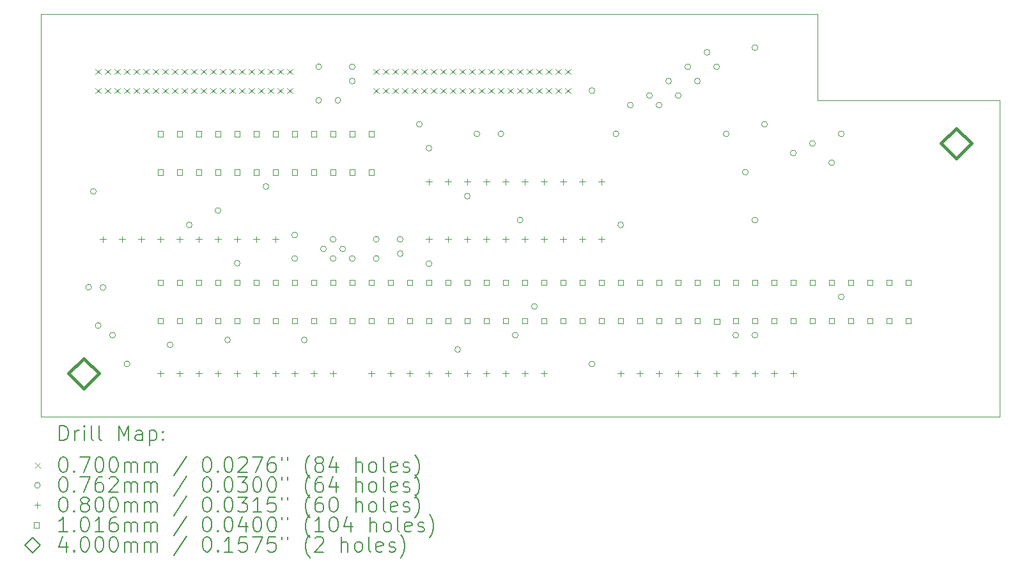
<source format=gbr>
%TF.GenerationSoftware,KiCad,Pcbnew,(6.0.7)*%
%TF.CreationDate,2022-10-12T10:21:14-05:00*%
%TF.ProjectId,CompaqPortableIIIexpansionbackplane,436f6d70-6171-4506-9f72-7461626c6549,rev?*%
%TF.SameCoordinates,Original*%
%TF.FileFunction,Drillmap*%
%TF.FilePolarity,Positive*%
%FSLAX45Y45*%
G04 Gerber Fmt 4.5, Leading zero omitted, Abs format (unit mm)*
G04 Created by KiCad (PCBNEW (6.0.7)) date 2022-10-12 10:21:14*
%MOMM*%
%LPD*%
G01*
G04 APERTURE LIST*
%ADD10C,0.100000*%
%ADD11C,0.200000*%
%ADD12C,0.070000*%
%ADD13C,0.076200*%
%ADD14C,0.080000*%
%ADD15C,0.101600*%
%ADD16C,0.400000*%
G04 APERTURE END LIST*
D10*
X8572500Y-12573000D02*
X21272500Y-12573000D01*
X21272500Y-8382000D02*
X18859500Y-8382000D01*
X21272500Y-12573000D02*
X21272500Y-8382000D01*
X8572500Y-7239000D02*
X18859500Y-7239000D01*
X8572500Y-7239000D02*
X8572500Y-12573000D01*
X18859500Y-7239000D02*
X18859500Y-8382000D01*
D11*
D12*
X9299500Y-7966000D02*
X9369500Y-8036000D01*
X9369500Y-7966000D02*
X9299500Y-8036000D01*
X9299500Y-8220000D02*
X9369500Y-8290000D01*
X9369500Y-8220000D02*
X9299500Y-8290000D01*
X9426500Y-7966000D02*
X9496500Y-8036000D01*
X9496500Y-7966000D02*
X9426500Y-8036000D01*
X9426500Y-8220000D02*
X9496500Y-8290000D01*
X9496500Y-8220000D02*
X9426500Y-8290000D01*
X9553500Y-7966000D02*
X9623500Y-8036000D01*
X9623500Y-7966000D02*
X9553500Y-8036000D01*
X9553500Y-8220000D02*
X9623500Y-8290000D01*
X9623500Y-8220000D02*
X9553500Y-8290000D01*
X9680500Y-7966000D02*
X9750500Y-8036000D01*
X9750500Y-7966000D02*
X9680500Y-8036000D01*
X9680500Y-8220000D02*
X9750500Y-8290000D01*
X9750500Y-8220000D02*
X9680500Y-8290000D01*
X9807500Y-7966000D02*
X9877500Y-8036000D01*
X9877500Y-7966000D02*
X9807500Y-8036000D01*
X9807500Y-8220000D02*
X9877500Y-8290000D01*
X9877500Y-8220000D02*
X9807500Y-8290000D01*
X9934500Y-7966000D02*
X10004500Y-8036000D01*
X10004500Y-7966000D02*
X9934500Y-8036000D01*
X9934500Y-8220000D02*
X10004500Y-8290000D01*
X10004500Y-8220000D02*
X9934500Y-8290000D01*
X10061500Y-7966000D02*
X10131500Y-8036000D01*
X10131500Y-7966000D02*
X10061500Y-8036000D01*
X10061500Y-8220000D02*
X10131500Y-8290000D01*
X10131500Y-8220000D02*
X10061500Y-8290000D01*
X10188500Y-7966000D02*
X10258500Y-8036000D01*
X10258500Y-7966000D02*
X10188500Y-8036000D01*
X10188500Y-8220000D02*
X10258500Y-8290000D01*
X10258500Y-8220000D02*
X10188500Y-8290000D01*
X10315500Y-7966000D02*
X10385500Y-8036000D01*
X10385500Y-7966000D02*
X10315500Y-8036000D01*
X10315500Y-8220000D02*
X10385500Y-8290000D01*
X10385500Y-8220000D02*
X10315500Y-8290000D01*
X10442500Y-7966000D02*
X10512500Y-8036000D01*
X10512500Y-7966000D02*
X10442500Y-8036000D01*
X10442500Y-8220000D02*
X10512500Y-8290000D01*
X10512500Y-8220000D02*
X10442500Y-8290000D01*
X10569500Y-7966000D02*
X10639500Y-8036000D01*
X10639500Y-7966000D02*
X10569500Y-8036000D01*
X10569500Y-8220000D02*
X10639500Y-8290000D01*
X10639500Y-8220000D02*
X10569500Y-8290000D01*
X10696500Y-7966000D02*
X10766500Y-8036000D01*
X10766500Y-7966000D02*
X10696500Y-8036000D01*
X10696500Y-8220000D02*
X10766500Y-8290000D01*
X10766500Y-8220000D02*
X10696500Y-8290000D01*
X10823500Y-7966000D02*
X10893500Y-8036000D01*
X10893500Y-7966000D02*
X10823500Y-8036000D01*
X10823500Y-8220000D02*
X10893500Y-8290000D01*
X10893500Y-8220000D02*
X10823500Y-8290000D01*
X10950500Y-7966000D02*
X11020500Y-8036000D01*
X11020500Y-7966000D02*
X10950500Y-8036000D01*
X10950500Y-8220000D02*
X11020500Y-8290000D01*
X11020500Y-8220000D02*
X10950500Y-8290000D01*
X11077500Y-7966000D02*
X11147500Y-8036000D01*
X11147500Y-7966000D02*
X11077500Y-8036000D01*
X11077500Y-8220000D02*
X11147500Y-8290000D01*
X11147500Y-8220000D02*
X11077500Y-8290000D01*
X11204500Y-7966000D02*
X11274500Y-8036000D01*
X11274500Y-7966000D02*
X11204500Y-8036000D01*
X11204500Y-8220000D02*
X11274500Y-8290000D01*
X11274500Y-8220000D02*
X11204500Y-8290000D01*
X11331500Y-7966000D02*
X11401500Y-8036000D01*
X11401500Y-7966000D02*
X11331500Y-8036000D01*
X11331500Y-8220000D02*
X11401500Y-8290000D01*
X11401500Y-8220000D02*
X11331500Y-8290000D01*
X11458500Y-7966000D02*
X11528500Y-8036000D01*
X11528500Y-7966000D02*
X11458500Y-8036000D01*
X11458500Y-8220000D02*
X11528500Y-8290000D01*
X11528500Y-8220000D02*
X11458500Y-8290000D01*
X11585500Y-7966000D02*
X11655500Y-8036000D01*
X11655500Y-7966000D02*
X11585500Y-8036000D01*
X11585500Y-8220000D02*
X11655500Y-8290000D01*
X11655500Y-8220000D02*
X11585500Y-8290000D01*
X11712500Y-7966000D02*
X11782500Y-8036000D01*
X11782500Y-7966000D02*
X11712500Y-8036000D01*
X11712500Y-8220000D02*
X11782500Y-8290000D01*
X11782500Y-8220000D02*
X11712500Y-8290000D01*
X11839500Y-7966000D02*
X11909500Y-8036000D01*
X11909500Y-7966000D02*
X11839500Y-8036000D01*
X11839500Y-8220000D02*
X11909500Y-8290000D01*
X11909500Y-8220000D02*
X11839500Y-8290000D01*
X12982500Y-7966000D02*
X13052500Y-8036000D01*
X13052500Y-7966000D02*
X12982500Y-8036000D01*
X12982500Y-8220000D02*
X13052500Y-8290000D01*
X13052500Y-8220000D02*
X12982500Y-8290000D01*
X13109500Y-7966000D02*
X13179500Y-8036000D01*
X13179500Y-7966000D02*
X13109500Y-8036000D01*
X13109500Y-8220000D02*
X13179500Y-8290000D01*
X13179500Y-8220000D02*
X13109500Y-8290000D01*
X13236500Y-7966000D02*
X13306500Y-8036000D01*
X13306500Y-7966000D02*
X13236500Y-8036000D01*
X13236500Y-8220000D02*
X13306500Y-8290000D01*
X13306500Y-8220000D02*
X13236500Y-8290000D01*
X13363500Y-7966000D02*
X13433500Y-8036000D01*
X13433500Y-7966000D02*
X13363500Y-8036000D01*
X13363500Y-8220000D02*
X13433500Y-8290000D01*
X13433500Y-8220000D02*
X13363500Y-8290000D01*
X13490500Y-7966000D02*
X13560500Y-8036000D01*
X13560500Y-7966000D02*
X13490500Y-8036000D01*
X13490500Y-8220000D02*
X13560500Y-8290000D01*
X13560500Y-8220000D02*
X13490500Y-8290000D01*
X13617500Y-7966000D02*
X13687500Y-8036000D01*
X13687500Y-7966000D02*
X13617500Y-8036000D01*
X13617500Y-8220000D02*
X13687500Y-8290000D01*
X13687500Y-8220000D02*
X13617500Y-8290000D01*
X13744500Y-7966000D02*
X13814500Y-8036000D01*
X13814500Y-7966000D02*
X13744500Y-8036000D01*
X13744500Y-8220000D02*
X13814500Y-8290000D01*
X13814500Y-8220000D02*
X13744500Y-8290000D01*
X13871500Y-7966000D02*
X13941500Y-8036000D01*
X13941500Y-7966000D02*
X13871500Y-8036000D01*
X13871500Y-8220000D02*
X13941500Y-8290000D01*
X13941500Y-8220000D02*
X13871500Y-8290000D01*
X13998500Y-7966000D02*
X14068500Y-8036000D01*
X14068500Y-7966000D02*
X13998500Y-8036000D01*
X13998500Y-8220000D02*
X14068500Y-8290000D01*
X14068500Y-8220000D02*
X13998500Y-8290000D01*
X14125500Y-7966000D02*
X14195500Y-8036000D01*
X14195500Y-7966000D02*
X14125500Y-8036000D01*
X14125500Y-8220000D02*
X14195500Y-8290000D01*
X14195500Y-8220000D02*
X14125500Y-8290000D01*
X14252500Y-7966000D02*
X14322500Y-8036000D01*
X14322500Y-7966000D02*
X14252500Y-8036000D01*
X14252500Y-8220000D02*
X14322500Y-8290000D01*
X14322500Y-8220000D02*
X14252500Y-8290000D01*
X14379500Y-7966000D02*
X14449500Y-8036000D01*
X14449500Y-7966000D02*
X14379500Y-8036000D01*
X14379500Y-8220000D02*
X14449500Y-8290000D01*
X14449500Y-8220000D02*
X14379500Y-8290000D01*
X14506500Y-7966000D02*
X14576500Y-8036000D01*
X14576500Y-7966000D02*
X14506500Y-8036000D01*
X14506500Y-8220000D02*
X14576500Y-8290000D01*
X14576500Y-8220000D02*
X14506500Y-8290000D01*
X14633500Y-7966000D02*
X14703500Y-8036000D01*
X14703500Y-7966000D02*
X14633500Y-8036000D01*
X14633500Y-8220000D02*
X14703500Y-8290000D01*
X14703500Y-8220000D02*
X14633500Y-8290000D01*
X14760500Y-7966000D02*
X14830500Y-8036000D01*
X14830500Y-7966000D02*
X14760500Y-8036000D01*
X14760500Y-8220000D02*
X14830500Y-8290000D01*
X14830500Y-8220000D02*
X14760500Y-8290000D01*
X14887500Y-7966000D02*
X14957500Y-8036000D01*
X14957500Y-7966000D02*
X14887500Y-8036000D01*
X14887500Y-8220000D02*
X14957500Y-8290000D01*
X14957500Y-8220000D02*
X14887500Y-8290000D01*
X15014500Y-7966000D02*
X15084500Y-8036000D01*
X15084500Y-7966000D02*
X15014500Y-8036000D01*
X15014500Y-8220000D02*
X15084500Y-8290000D01*
X15084500Y-8220000D02*
X15014500Y-8290000D01*
X15141500Y-7966000D02*
X15211500Y-8036000D01*
X15211500Y-7966000D02*
X15141500Y-8036000D01*
X15141500Y-8220000D02*
X15211500Y-8290000D01*
X15211500Y-8220000D02*
X15141500Y-8290000D01*
X15268500Y-7966000D02*
X15338500Y-8036000D01*
X15338500Y-7966000D02*
X15268500Y-8036000D01*
X15268500Y-8220000D02*
X15338500Y-8290000D01*
X15338500Y-8220000D02*
X15268500Y-8290000D01*
X15395500Y-7966000D02*
X15465500Y-8036000D01*
X15465500Y-7966000D02*
X15395500Y-8036000D01*
X15395500Y-8220000D02*
X15465500Y-8290000D01*
X15465500Y-8220000D02*
X15395500Y-8290000D01*
X15522500Y-7966000D02*
X15592500Y-8036000D01*
X15592500Y-7966000D02*
X15522500Y-8036000D01*
X15522500Y-8220000D02*
X15592500Y-8290000D01*
X15592500Y-8220000D02*
X15522500Y-8290000D01*
D13*
X9245600Y-10858500D02*
G75*
G03*
X9245600Y-10858500I-38100J0D01*
G01*
X9309100Y-9588500D02*
G75*
G03*
X9309100Y-9588500I-38100J0D01*
G01*
X9372600Y-11366500D02*
G75*
G03*
X9372600Y-11366500I-38100J0D01*
G01*
X9436100Y-10861040D02*
G75*
G03*
X9436100Y-10861040I-38100J0D01*
G01*
X9563100Y-11493500D02*
G75*
G03*
X9563100Y-11493500I-38100J0D01*
G01*
X9753600Y-11874500D02*
G75*
G03*
X9753600Y-11874500I-38100J0D01*
G01*
X10325100Y-11620500D02*
G75*
G03*
X10325100Y-11620500I-38100J0D01*
G01*
X10579100Y-10033000D02*
G75*
G03*
X10579100Y-10033000I-38100J0D01*
G01*
X10960100Y-9842500D02*
G75*
G03*
X10960100Y-9842500I-38100J0D01*
G01*
X11087100Y-11557000D02*
G75*
G03*
X11087100Y-11557000I-38100J0D01*
G01*
X11214100Y-10541000D02*
G75*
G03*
X11214100Y-10541000I-38100J0D01*
G01*
X11595100Y-9525000D02*
G75*
G03*
X11595100Y-9525000I-38100J0D01*
G01*
X11976100Y-10165080D02*
G75*
G03*
X11976100Y-10165080I-38100J0D01*
G01*
X11976100Y-10477500D02*
G75*
G03*
X11976100Y-10477500I-38100J0D01*
G01*
X12103100Y-11557000D02*
G75*
G03*
X12103100Y-11557000I-38100J0D01*
G01*
X12293600Y-7937500D02*
G75*
G03*
X12293600Y-7937500I-38100J0D01*
G01*
X12293600Y-8382000D02*
G75*
G03*
X12293600Y-8382000I-38100J0D01*
G01*
X12357100Y-10350500D02*
G75*
G03*
X12357100Y-10350500I-38100J0D01*
G01*
X12484100Y-10223500D02*
G75*
G03*
X12484100Y-10223500I-38100J0D01*
G01*
X12484100Y-10477500D02*
G75*
G03*
X12484100Y-10477500I-38100J0D01*
G01*
X12547600Y-8382000D02*
G75*
G03*
X12547600Y-8382000I-38100J0D01*
G01*
X12611100Y-10350500D02*
G75*
G03*
X12611100Y-10350500I-38100J0D01*
G01*
X12738100Y-7937500D02*
G75*
G03*
X12738100Y-7937500I-38100J0D01*
G01*
X12738100Y-8128000D02*
G75*
G03*
X12738100Y-8128000I-38100J0D01*
G01*
X12738100Y-10477500D02*
G75*
G03*
X12738100Y-10477500I-38100J0D01*
G01*
X13055600Y-10223500D02*
G75*
G03*
X13055600Y-10223500I-38100J0D01*
G01*
X13055600Y-10477500D02*
G75*
G03*
X13055600Y-10477500I-38100J0D01*
G01*
X13373100Y-10223500D02*
G75*
G03*
X13373100Y-10223500I-38100J0D01*
G01*
X13373100Y-10414000D02*
G75*
G03*
X13373100Y-10414000I-38100J0D01*
G01*
X13627100Y-8699500D02*
G75*
G03*
X13627100Y-8699500I-38100J0D01*
G01*
X13754100Y-9017000D02*
G75*
G03*
X13754100Y-9017000I-38100J0D01*
G01*
X13754100Y-10546080D02*
G75*
G03*
X13754100Y-10546080I-38100J0D01*
G01*
X14135100Y-11684000D02*
G75*
G03*
X14135100Y-11684000I-38100J0D01*
G01*
X14262100Y-9652000D02*
G75*
G03*
X14262100Y-9652000I-38100J0D01*
G01*
X14389100Y-8826500D02*
G75*
G03*
X14389100Y-8826500I-38100J0D01*
G01*
X14706600Y-8826500D02*
G75*
G03*
X14706600Y-8826500I-38100J0D01*
G01*
X14897100Y-11493500D02*
G75*
G03*
X14897100Y-11493500I-38100J0D01*
G01*
X14960600Y-9969500D02*
G75*
G03*
X14960600Y-9969500I-38100J0D01*
G01*
X15151100Y-11112500D02*
G75*
G03*
X15151100Y-11112500I-38100J0D01*
G01*
X15913100Y-8255000D02*
G75*
G03*
X15913100Y-8255000I-38100J0D01*
G01*
X15913100Y-11874500D02*
G75*
G03*
X15913100Y-11874500I-38100J0D01*
G01*
X16230600Y-8826500D02*
G75*
G03*
X16230600Y-8826500I-38100J0D01*
G01*
X16294100Y-10033000D02*
G75*
G03*
X16294100Y-10033000I-38100J0D01*
G01*
X16421100Y-8445500D02*
G75*
G03*
X16421100Y-8445500I-38100J0D01*
G01*
X16675100Y-8318500D02*
G75*
G03*
X16675100Y-8318500I-38100J0D01*
G01*
X16802100Y-8445500D02*
G75*
G03*
X16802100Y-8445500I-38100J0D01*
G01*
X16929100Y-8128000D02*
G75*
G03*
X16929100Y-8128000I-38100J0D01*
G01*
X17056100Y-8318500D02*
G75*
G03*
X17056100Y-8318500I-38100J0D01*
G01*
X17183100Y-7937500D02*
G75*
G03*
X17183100Y-7937500I-38100J0D01*
G01*
X17310100Y-8128000D02*
G75*
G03*
X17310100Y-8128000I-38100J0D01*
G01*
X17437100Y-7747000D02*
G75*
G03*
X17437100Y-7747000I-38100J0D01*
G01*
X17564100Y-7937500D02*
G75*
G03*
X17564100Y-7937500I-38100J0D01*
G01*
X17691100Y-8826500D02*
G75*
G03*
X17691100Y-8826500I-38100J0D01*
G01*
X17818100Y-11493500D02*
G75*
G03*
X17818100Y-11493500I-38100J0D01*
G01*
X17945100Y-9334500D02*
G75*
G03*
X17945100Y-9334500I-38100J0D01*
G01*
X18072100Y-7683500D02*
G75*
G03*
X18072100Y-7683500I-38100J0D01*
G01*
X18072100Y-9969500D02*
G75*
G03*
X18072100Y-9969500I-38100J0D01*
G01*
X18072100Y-11493500D02*
G75*
G03*
X18072100Y-11493500I-38100J0D01*
G01*
X18199100Y-8699500D02*
G75*
G03*
X18199100Y-8699500I-38100J0D01*
G01*
X18580100Y-9080500D02*
G75*
G03*
X18580100Y-9080500I-38100J0D01*
G01*
X18834100Y-8953500D02*
G75*
G03*
X18834100Y-8953500I-38100J0D01*
G01*
X19088100Y-9207500D02*
G75*
G03*
X19088100Y-9207500I-38100J0D01*
G01*
X19215100Y-8826500D02*
G75*
G03*
X19215100Y-8826500I-38100J0D01*
G01*
X19215100Y-10985500D02*
G75*
G03*
X19215100Y-10985500I-38100J0D01*
G01*
D14*
X9398000Y-10183500D02*
X9398000Y-10263500D01*
X9358000Y-10223500D02*
X9438000Y-10223500D01*
X9652000Y-10183500D02*
X9652000Y-10263500D01*
X9612000Y-10223500D02*
X9692000Y-10223500D01*
X9906000Y-10183500D02*
X9906000Y-10263500D01*
X9866000Y-10223500D02*
X9946000Y-10223500D01*
X10160000Y-10183500D02*
X10160000Y-10263500D01*
X10120000Y-10223500D02*
X10200000Y-10223500D01*
X10160000Y-11961500D02*
X10160000Y-12041500D01*
X10120000Y-12001500D02*
X10200000Y-12001500D01*
X10414000Y-10183500D02*
X10414000Y-10263500D01*
X10374000Y-10223500D02*
X10454000Y-10223500D01*
X10414000Y-11961500D02*
X10414000Y-12041500D01*
X10374000Y-12001500D02*
X10454000Y-12001500D01*
X10668000Y-10183500D02*
X10668000Y-10263500D01*
X10628000Y-10223500D02*
X10708000Y-10223500D01*
X10668000Y-11961500D02*
X10668000Y-12041500D01*
X10628000Y-12001500D02*
X10708000Y-12001500D01*
X10922000Y-10183500D02*
X10922000Y-10263500D01*
X10882000Y-10223500D02*
X10962000Y-10223500D01*
X10922000Y-11961500D02*
X10922000Y-12041500D01*
X10882000Y-12001500D02*
X10962000Y-12001500D01*
X11176000Y-10183500D02*
X11176000Y-10263500D01*
X11136000Y-10223500D02*
X11216000Y-10223500D01*
X11176000Y-11961500D02*
X11176000Y-12041500D01*
X11136000Y-12001500D02*
X11216000Y-12001500D01*
X11430000Y-10183500D02*
X11430000Y-10263500D01*
X11390000Y-10223500D02*
X11470000Y-10223500D01*
X11430000Y-11961500D02*
X11430000Y-12041500D01*
X11390000Y-12001500D02*
X11470000Y-12001500D01*
X11684000Y-10183500D02*
X11684000Y-10263500D01*
X11644000Y-10223500D02*
X11724000Y-10223500D01*
X11684000Y-11961500D02*
X11684000Y-12041500D01*
X11644000Y-12001500D02*
X11724000Y-12001500D01*
X11938000Y-11961500D02*
X11938000Y-12041500D01*
X11898000Y-12001500D02*
X11978000Y-12001500D01*
X12192000Y-11961500D02*
X12192000Y-12041500D01*
X12152000Y-12001500D02*
X12232000Y-12001500D01*
X12446000Y-11961500D02*
X12446000Y-12041500D01*
X12406000Y-12001500D02*
X12486000Y-12001500D01*
X12954000Y-11961500D02*
X12954000Y-12041500D01*
X12914000Y-12001500D02*
X12994000Y-12001500D01*
X13208000Y-11961500D02*
X13208000Y-12041500D01*
X13168000Y-12001500D02*
X13248000Y-12001500D01*
X13462000Y-11961500D02*
X13462000Y-12041500D01*
X13422000Y-12001500D02*
X13502000Y-12001500D01*
X13716000Y-9421500D02*
X13716000Y-9501500D01*
X13676000Y-9461500D02*
X13756000Y-9461500D01*
X13716000Y-10183500D02*
X13716000Y-10263500D01*
X13676000Y-10223500D02*
X13756000Y-10223500D01*
X13716000Y-11961500D02*
X13716000Y-12041500D01*
X13676000Y-12001500D02*
X13756000Y-12001500D01*
X13970000Y-9421500D02*
X13970000Y-9501500D01*
X13930000Y-9461500D02*
X14010000Y-9461500D01*
X13970000Y-10183500D02*
X13970000Y-10263500D01*
X13930000Y-10223500D02*
X14010000Y-10223500D01*
X13970000Y-11961500D02*
X13970000Y-12041500D01*
X13930000Y-12001500D02*
X14010000Y-12001500D01*
X14224000Y-9421500D02*
X14224000Y-9501500D01*
X14184000Y-9461500D02*
X14264000Y-9461500D01*
X14224000Y-10183500D02*
X14224000Y-10263500D01*
X14184000Y-10223500D02*
X14264000Y-10223500D01*
X14224000Y-11961500D02*
X14224000Y-12041500D01*
X14184000Y-12001500D02*
X14264000Y-12001500D01*
X14478000Y-9421500D02*
X14478000Y-9501500D01*
X14438000Y-9461500D02*
X14518000Y-9461500D01*
X14478000Y-10183500D02*
X14478000Y-10263500D01*
X14438000Y-10223500D02*
X14518000Y-10223500D01*
X14478000Y-11961500D02*
X14478000Y-12041500D01*
X14438000Y-12001500D02*
X14518000Y-12001500D01*
X14732000Y-9421500D02*
X14732000Y-9501500D01*
X14692000Y-9461500D02*
X14772000Y-9461500D01*
X14732000Y-10183500D02*
X14732000Y-10263500D01*
X14692000Y-10223500D02*
X14772000Y-10223500D01*
X14732000Y-11961500D02*
X14732000Y-12041500D01*
X14692000Y-12001500D02*
X14772000Y-12001500D01*
X14986000Y-9421500D02*
X14986000Y-9501500D01*
X14946000Y-9461500D02*
X15026000Y-9461500D01*
X14986000Y-10183500D02*
X14986000Y-10263500D01*
X14946000Y-10223500D02*
X15026000Y-10223500D01*
X14986000Y-11961500D02*
X14986000Y-12041500D01*
X14946000Y-12001500D02*
X15026000Y-12001500D01*
X15240000Y-9421500D02*
X15240000Y-9501500D01*
X15200000Y-9461500D02*
X15280000Y-9461500D01*
X15240000Y-10183500D02*
X15240000Y-10263500D01*
X15200000Y-10223500D02*
X15280000Y-10223500D01*
X15240000Y-11961500D02*
X15240000Y-12041500D01*
X15200000Y-12001500D02*
X15280000Y-12001500D01*
X15494000Y-9421500D02*
X15494000Y-9501500D01*
X15454000Y-9461500D02*
X15534000Y-9461500D01*
X15494000Y-10183500D02*
X15494000Y-10263500D01*
X15454000Y-10223500D02*
X15534000Y-10223500D01*
X15748000Y-9421500D02*
X15748000Y-9501500D01*
X15708000Y-9461500D02*
X15788000Y-9461500D01*
X15748000Y-10183500D02*
X15748000Y-10263500D01*
X15708000Y-10223500D02*
X15788000Y-10223500D01*
X16002000Y-9421500D02*
X16002000Y-9501500D01*
X15962000Y-9461500D02*
X16042000Y-9461500D01*
X16002000Y-10183500D02*
X16002000Y-10263500D01*
X15962000Y-10223500D02*
X16042000Y-10223500D01*
X16256000Y-11961500D02*
X16256000Y-12041500D01*
X16216000Y-12001500D02*
X16296000Y-12001500D01*
X16510000Y-11961500D02*
X16510000Y-12041500D01*
X16470000Y-12001500D02*
X16550000Y-12001500D01*
X16764000Y-11961500D02*
X16764000Y-12041500D01*
X16724000Y-12001500D02*
X16804000Y-12001500D01*
X17018000Y-11961500D02*
X17018000Y-12041500D01*
X16978000Y-12001500D02*
X17058000Y-12001500D01*
X17272000Y-11961500D02*
X17272000Y-12041500D01*
X17232000Y-12001500D02*
X17312000Y-12001500D01*
X17526000Y-11961500D02*
X17526000Y-12041500D01*
X17486000Y-12001500D02*
X17566000Y-12001500D01*
X17780000Y-11961500D02*
X17780000Y-12041500D01*
X17740000Y-12001500D02*
X17820000Y-12001500D01*
X18034000Y-11961500D02*
X18034000Y-12041500D01*
X17994000Y-12001500D02*
X18074000Y-12001500D01*
X18288000Y-11961500D02*
X18288000Y-12041500D01*
X18248000Y-12001500D02*
X18328000Y-12001500D01*
X18542000Y-11961500D02*
X18542000Y-12041500D01*
X18502000Y-12001500D02*
X18582000Y-12001500D01*
D15*
X10195921Y-8862421D02*
X10195921Y-8790579D01*
X10124079Y-8790579D01*
X10124079Y-8862421D01*
X10195921Y-8862421D01*
X10195921Y-9370421D02*
X10195921Y-9298579D01*
X10124079Y-9298579D01*
X10124079Y-9370421D01*
X10195921Y-9370421D01*
X10195921Y-10830921D02*
X10195921Y-10759079D01*
X10124079Y-10759079D01*
X10124079Y-10830921D01*
X10195921Y-10830921D01*
X10195921Y-11338921D02*
X10195921Y-11267079D01*
X10124079Y-11267079D01*
X10124079Y-11338921D01*
X10195921Y-11338921D01*
X10449921Y-8862421D02*
X10449921Y-8790579D01*
X10378079Y-8790579D01*
X10378079Y-8862421D01*
X10449921Y-8862421D01*
X10449921Y-9370421D02*
X10449921Y-9298579D01*
X10378079Y-9298579D01*
X10378079Y-9370421D01*
X10449921Y-9370421D01*
X10449921Y-10830921D02*
X10449921Y-10759079D01*
X10378079Y-10759079D01*
X10378079Y-10830921D01*
X10449921Y-10830921D01*
X10449921Y-11338921D02*
X10449921Y-11267079D01*
X10378079Y-11267079D01*
X10378079Y-11338921D01*
X10449921Y-11338921D01*
X10703921Y-8862421D02*
X10703921Y-8790579D01*
X10632079Y-8790579D01*
X10632079Y-8862421D01*
X10703921Y-8862421D01*
X10703921Y-9370421D02*
X10703921Y-9298579D01*
X10632079Y-9298579D01*
X10632079Y-9370421D01*
X10703921Y-9370421D01*
X10703921Y-10830921D02*
X10703921Y-10759079D01*
X10632079Y-10759079D01*
X10632079Y-10830921D01*
X10703921Y-10830921D01*
X10703921Y-11338921D02*
X10703921Y-11267079D01*
X10632079Y-11267079D01*
X10632079Y-11338921D01*
X10703921Y-11338921D01*
X10957921Y-8862421D02*
X10957921Y-8790579D01*
X10886079Y-8790579D01*
X10886079Y-8862421D01*
X10957921Y-8862421D01*
X10957921Y-9370421D02*
X10957921Y-9298579D01*
X10886079Y-9298579D01*
X10886079Y-9370421D01*
X10957921Y-9370421D01*
X10957921Y-10830921D02*
X10957921Y-10759079D01*
X10886079Y-10759079D01*
X10886079Y-10830921D01*
X10957921Y-10830921D01*
X10957921Y-11338921D02*
X10957921Y-11267079D01*
X10886079Y-11267079D01*
X10886079Y-11338921D01*
X10957921Y-11338921D01*
X11211921Y-8862421D02*
X11211921Y-8790579D01*
X11140079Y-8790579D01*
X11140079Y-8862421D01*
X11211921Y-8862421D01*
X11211921Y-9370421D02*
X11211921Y-9298579D01*
X11140079Y-9298579D01*
X11140079Y-9370421D01*
X11211921Y-9370421D01*
X11211921Y-10830921D02*
X11211921Y-10759079D01*
X11140079Y-10759079D01*
X11140079Y-10830921D01*
X11211921Y-10830921D01*
X11211921Y-11338921D02*
X11211921Y-11267079D01*
X11140079Y-11267079D01*
X11140079Y-11338921D01*
X11211921Y-11338921D01*
X11465921Y-8862421D02*
X11465921Y-8790579D01*
X11394079Y-8790579D01*
X11394079Y-8862421D01*
X11465921Y-8862421D01*
X11465921Y-9370421D02*
X11465921Y-9298579D01*
X11394079Y-9298579D01*
X11394079Y-9370421D01*
X11465921Y-9370421D01*
X11465921Y-10830921D02*
X11465921Y-10759079D01*
X11394079Y-10759079D01*
X11394079Y-10830921D01*
X11465921Y-10830921D01*
X11465921Y-11338921D02*
X11465921Y-11267079D01*
X11394079Y-11267079D01*
X11394079Y-11338921D01*
X11465921Y-11338921D01*
X11719921Y-8862421D02*
X11719921Y-8790579D01*
X11648079Y-8790579D01*
X11648079Y-8862421D01*
X11719921Y-8862421D01*
X11719921Y-9370421D02*
X11719921Y-9298579D01*
X11648079Y-9298579D01*
X11648079Y-9370421D01*
X11719921Y-9370421D01*
X11719921Y-10830921D02*
X11719921Y-10759079D01*
X11648079Y-10759079D01*
X11648079Y-10830921D01*
X11719921Y-10830921D01*
X11719921Y-11338921D02*
X11719921Y-11267079D01*
X11648079Y-11267079D01*
X11648079Y-11338921D01*
X11719921Y-11338921D01*
X11973921Y-8862421D02*
X11973921Y-8790579D01*
X11902079Y-8790579D01*
X11902079Y-8862421D01*
X11973921Y-8862421D01*
X11973921Y-9370421D02*
X11973921Y-9298579D01*
X11902079Y-9298579D01*
X11902079Y-9370421D01*
X11973921Y-9370421D01*
X11973921Y-10830921D02*
X11973921Y-10759079D01*
X11902079Y-10759079D01*
X11902079Y-10830921D01*
X11973921Y-10830921D01*
X11973921Y-11338921D02*
X11973921Y-11267079D01*
X11902079Y-11267079D01*
X11902079Y-11338921D01*
X11973921Y-11338921D01*
X12227921Y-8862421D02*
X12227921Y-8790579D01*
X12156079Y-8790579D01*
X12156079Y-8862421D01*
X12227921Y-8862421D01*
X12227921Y-9370421D02*
X12227921Y-9298579D01*
X12156079Y-9298579D01*
X12156079Y-9370421D01*
X12227921Y-9370421D01*
X12227921Y-10830921D02*
X12227921Y-10759079D01*
X12156079Y-10759079D01*
X12156079Y-10830921D01*
X12227921Y-10830921D01*
X12227921Y-11338921D02*
X12227921Y-11267079D01*
X12156079Y-11267079D01*
X12156079Y-11338921D01*
X12227921Y-11338921D01*
X12481921Y-8862421D02*
X12481921Y-8790579D01*
X12410079Y-8790579D01*
X12410079Y-8862421D01*
X12481921Y-8862421D01*
X12481921Y-9370421D02*
X12481921Y-9298579D01*
X12410079Y-9298579D01*
X12410079Y-9370421D01*
X12481921Y-9370421D01*
X12481921Y-10830921D02*
X12481921Y-10759079D01*
X12410079Y-10759079D01*
X12410079Y-10830921D01*
X12481921Y-10830921D01*
X12481921Y-11338921D02*
X12481921Y-11267079D01*
X12410079Y-11267079D01*
X12410079Y-11338921D01*
X12481921Y-11338921D01*
X12735921Y-8862421D02*
X12735921Y-8790579D01*
X12664079Y-8790579D01*
X12664079Y-8862421D01*
X12735921Y-8862421D01*
X12735921Y-9370421D02*
X12735921Y-9298579D01*
X12664079Y-9298579D01*
X12664079Y-9370421D01*
X12735921Y-9370421D01*
X12735921Y-10830921D02*
X12735921Y-10759079D01*
X12664079Y-10759079D01*
X12664079Y-10830921D01*
X12735921Y-10830921D01*
X12735921Y-11338921D02*
X12735921Y-11267079D01*
X12664079Y-11267079D01*
X12664079Y-11338921D01*
X12735921Y-11338921D01*
X12989921Y-8862421D02*
X12989921Y-8790579D01*
X12918079Y-8790579D01*
X12918079Y-8862421D01*
X12989921Y-8862421D01*
X12989921Y-9370421D02*
X12989921Y-9298579D01*
X12918079Y-9298579D01*
X12918079Y-9370421D01*
X12989921Y-9370421D01*
X12989921Y-10830921D02*
X12989921Y-10759079D01*
X12918079Y-10759079D01*
X12918079Y-10830921D01*
X12989921Y-10830921D01*
X12989921Y-11338921D02*
X12989921Y-11267079D01*
X12918079Y-11267079D01*
X12918079Y-11338921D01*
X12989921Y-11338921D01*
X13243921Y-10830921D02*
X13243921Y-10759079D01*
X13172079Y-10759079D01*
X13172079Y-10830921D01*
X13243921Y-10830921D01*
X13243921Y-11338921D02*
X13243921Y-11267079D01*
X13172079Y-11267079D01*
X13172079Y-11338921D01*
X13243921Y-11338921D01*
X13497921Y-10830921D02*
X13497921Y-10759079D01*
X13426079Y-10759079D01*
X13426079Y-10830921D01*
X13497921Y-10830921D01*
X13497921Y-11338921D02*
X13497921Y-11267079D01*
X13426079Y-11267079D01*
X13426079Y-11338921D01*
X13497921Y-11338921D01*
X13751921Y-10830921D02*
X13751921Y-10759079D01*
X13680079Y-10759079D01*
X13680079Y-10830921D01*
X13751921Y-10830921D01*
X13751921Y-11338921D02*
X13751921Y-11267079D01*
X13680079Y-11267079D01*
X13680079Y-11338921D01*
X13751921Y-11338921D01*
X14005921Y-10830921D02*
X14005921Y-10759079D01*
X13934079Y-10759079D01*
X13934079Y-10830921D01*
X14005921Y-10830921D01*
X14005921Y-11338921D02*
X14005921Y-11267079D01*
X13934079Y-11267079D01*
X13934079Y-11338921D01*
X14005921Y-11338921D01*
X14259921Y-10830921D02*
X14259921Y-10759079D01*
X14188079Y-10759079D01*
X14188079Y-10830921D01*
X14259921Y-10830921D01*
X14259921Y-11338921D02*
X14259921Y-11267079D01*
X14188079Y-11267079D01*
X14188079Y-11338921D01*
X14259921Y-11338921D01*
X14513921Y-10830921D02*
X14513921Y-10759079D01*
X14442079Y-10759079D01*
X14442079Y-10830921D01*
X14513921Y-10830921D01*
X14513921Y-11338921D02*
X14513921Y-11267079D01*
X14442079Y-11267079D01*
X14442079Y-11338921D01*
X14513921Y-11338921D01*
X14767921Y-10830921D02*
X14767921Y-10759079D01*
X14696079Y-10759079D01*
X14696079Y-10830921D01*
X14767921Y-10830921D01*
X14767921Y-11338921D02*
X14767921Y-11267079D01*
X14696079Y-11267079D01*
X14696079Y-11338921D01*
X14767921Y-11338921D01*
X15021921Y-10830921D02*
X15021921Y-10759079D01*
X14950079Y-10759079D01*
X14950079Y-10830921D01*
X15021921Y-10830921D01*
X15021921Y-11338921D02*
X15021921Y-11267079D01*
X14950079Y-11267079D01*
X14950079Y-11338921D01*
X15021921Y-11338921D01*
X15275921Y-10830921D02*
X15275921Y-10759079D01*
X15204079Y-10759079D01*
X15204079Y-10830921D01*
X15275921Y-10830921D01*
X15275921Y-11338921D02*
X15275921Y-11267079D01*
X15204079Y-11267079D01*
X15204079Y-11338921D01*
X15275921Y-11338921D01*
X15529921Y-10830921D02*
X15529921Y-10759079D01*
X15458079Y-10759079D01*
X15458079Y-10830921D01*
X15529921Y-10830921D01*
X15529921Y-11338921D02*
X15529921Y-11267079D01*
X15458079Y-11267079D01*
X15458079Y-11338921D01*
X15529921Y-11338921D01*
X15783921Y-10830921D02*
X15783921Y-10759079D01*
X15712079Y-10759079D01*
X15712079Y-10830921D01*
X15783921Y-10830921D01*
X15783921Y-11338921D02*
X15783921Y-11267079D01*
X15712079Y-11267079D01*
X15712079Y-11338921D01*
X15783921Y-11338921D01*
X16037921Y-10830921D02*
X16037921Y-10759079D01*
X15966079Y-10759079D01*
X15966079Y-10830921D01*
X16037921Y-10830921D01*
X16037921Y-11338921D02*
X16037921Y-11267079D01*
X15966079Y-11267079D01*
X15966079Y-11338921D01*
X16037921Y-11338921D01*
X16291921Y-10830921D02*
X16291921Y-10759079D01*
X16220079Y-10759079D01*
X16220079Y-10830921D01*
X16291921Y-10830921D01*
X16291921Y-11338921D02*
X16291921Y-11267079D01*
X16220079Y-11267079D01*
X16220079Y-11338921D01*
X16291921Y-11338921D01*
X16545921Y-10830921D02*
X16545921Y-10759079D01*
X16474079Y-10759079D01*
X16474079Y-10830921D01*
X16545921Y-10830921D01*
X16545921Y-11338921D02*
X16545921Y-11267079D01*
X16474079Y-11267079D01*
X16474079Y-11338921D01*
X16545921Y-11338921D01*
X16799921Y-10830921D02*
X16799921Y-10759079D01*
X16728079Y-10759079D01*
X16728079Y-10830921D01*
X16799921Y-10830921D01*
X16799921Y-11338921D02*
X16799921Y-11267079D01*
X16728079Y-11267079D01*
X16728079Y-11338921D01*
X16799921Y-11338921D01*
X17053921Y-10830921D02*
X17053921Y-10759079D01*
X16982079Y-10759079D01*
X16982079Y-10830921D01*
X17053921Y-10830921D01*
X17053921Y-11338921D02*
X17053921Y-11267079D01*
X16982079Y-11267079D01*
X16982079Y-11338921D01*
X17053921Y-11338921D01*
X17307921Y-10830921D02*
X17307921Y-10759079D01*
X17236079Y-10759079D01*
X17236079Y-10830921D01*
X17307921Y-10830921D01*
X17307921Y-11338921D02*
X17307921Y-11267079D01*
X17236079Y-11267079D01*
X17236079Y-11338921D01*
X17307921Y-11338921D01*
X17561921Y-10830921D02*
X17561921Y-10759079D01*
X17490079Y-10759079D01*
X17490079Y-10830921D01*
X17561921Y-10830921D01*
X17564145Y-11346141D02*
X17564145Y-11274298D01*
X17492302Y-11274298D01*
X17492302Y-11346141D01*
X17564145Y-11346141D01*
X17815921Y-10830921D02*
X17815921Y-10759079D01*
X17744079Y-10759079D01*
X17744079Y-10830921D01*
X17815921Y-10830921D01*
X17815921Y-11338921D02*
X17815921Y-11267079D01*
X17744079Y-11267079D01*
X17744079Y-11338921D01*
X17815921Y-11338921D01*
X18069921Y-10830921D02*
X18069921Y-10759079D01*
X17998079Y-10759079D01*
X17998079Y-10830921D01*
X18069921Y-10830921D01*
X18069921Y-11338921D02*
X18069921Y-11267079D01*
X17998079Y-11267079D01*
X17998079Y-11338921D01*
X18069921Y-11338921D01*
X18323921Y-10830921D02*
X18323921Y-10759079D01*
X18252079Y-10759079D01*
X18252079Y-10830921D01*
X18323921Y-10830921D01*
X18323921Y-11338921D02*
X18323921Y-11267079D01*
X18252079Y-11267079D01*
X18252079Y-11338921D01*
X18323921Y-11338921D01*
X18577921Y-10830921D02*
X18577921Y-10759079D01*
X18506079Y-10759079D01*
X18506079Y-10830921D01*
X18577921Y-10830921D01*
X18577921Y-11338921D02*
X18577921Y-11267079D01*
X18506079Y-11267079D01*
X18506079Y-11338921D01*
X18577921Y-11338921D01*
X18831921Y-10830921D02*
X18831921Y-10759079D01*
X18760079Y-10759079D01*
X18760079Y-10830921D01*
X18831921Y-10830921D01*
X18831921Y-11338921D02*
X18831921Y-11267079D01*
X18760079Y-11267079D01*
X18760079Y-11338921D01*
X18831921Y-11338921D01*
X19085921Y-10830921D02*
X19085921Y-10759079D01*
X19014079Y-10759079D01*
X19014079Y-10830921D01*
X19085921Y-10830921D01*
X19085921Y-11338921D02*
X19085921Y-11267079D01*
X19014079Y-11267079D01*
X19014079Y-11338921D01*
X19085921Y-11338921D01*
X19339921Y-10830921D02*
X19339921Y-10759079D01*
X19268079Y-10759079D01*
X19268079Y-10830921D01*
X19339921Y-10830921D01*
X19339921Y-11338921D02*
X19339921Y-11267079D01*
X19268079Y-11267079D01*
X19268079Y-11338921D01*
X19339921Y-11338921D01*
X19593921Y-10830921D02*
X19593921Y-10759079D01*
X19522079Y-10759079D01*
X19522079Y-10830921D01*
X19593921Y-10830921D01*
X19593921Y-11338921D02*
X19593921Y-11267079D01*
X19522079Y-11267079D01*
X19522079Y-11338921D01*
X19593921Y-11338921D01*
X19847921Y-10830921D02*
X19847921Y-10759079D01*
X19776079Y-10759079D01*
X19776079Y-10830921D01*
X19847921Y-10830921D01*
X19847921Y-11338921D02*
X19847921Y-11267079D01*
X19776079Y-11267079D01*
X19776079Y-11338921D01*
X19847921Y-11338921D01*
X20101921Y-10830921D02*
X20101921Y-10759079D01*
X20030079Y-10759079D01*
X20030079Y-10830921D01*
X20101921Y-10830921D01*
X20101921Y-11338921D02*
X20101921Y-11267079D01*
X20030079Y-11267079D01*
X20030079Y-11338921D01*
X20101921Y-11338921D01*
D16*
X9144000Y-12201500D02*
X9344000Y-12001500D01*
X9144000Y-11801500D01*
X8944000Y-12001500D01*
X9144000Y-12201500D01*
X20701000Y-9153500D02*
X20901000Y-8953500D01*
X20701000Y-8753500D01*
X20501000Y-8953500D01*
X20701000Y-9153500D01*
D11*
X8825119Y-12888476D02*
X8825119Y-12688476D01*
X8872738Y-12688476D01*
X8901310Y-12698000D01*
X8920357Y-12717048D01*
X8929881Y-12736095D01*
X8939405Y-12774190D01*
X8939405Y-12802762D01*
X8929881Y-12840857D01*
X8920357Y-12859905D01*
X8901310Y-12878952D01*
X8872738Y-12888476D01*
X8825119Y-12888476D01*
X9025119Y-12888476D02*
X9025119Y-12755143D01*
X9025119Y-12793238D02*
X9034643Y-12774190D01*
X9044167Y-12764667D01*
X9063214Y-12755143D01*
X9082262Y-12755143D01*
X9148929Y-12888476D02*
X9148929Y-12755143D01*
X9148929Y-12688476D02*
X9139405Y-12698000D01*
X9148929Y-12707524D01*
X9158452Y-12698000D01*
X9148929Y-12688476D01*
X9148929Y-12707524D01*
X9272738Y-12888476D02*
X9253690Y-12878952D01*
X9244167Y-12859905D01*
X9244167Y-12688476D01*
X9377500Y-12888476D02*
X9358452Y-12878952D01*
X9348929Y-12859905D01*
X9348929Y-12688476D01*
X9606071Y-12888476D02*
X9606071Y-12688476D01*
X9672738Y-12831333D01*
X9739405Y-12688476D01*
X9739405Y-12888476D01*
X9920357Y-12888476D02*
X9920357Y-12783714D01*
X9910833Y-12764667D01*
X9891786Y-12755143D01*
X9853690Y-12755143D01*
X9834643Y-12764667D01*
X9920357Y-12878952D02*
X9901310Y-12888476D01*
X9853690Y-12888476D01*
X9834643Y-12878952D01*
X9825119Y-12859905D01*
X9825119Y-12840857D01*
X9834643Y-12821809D01*
X9853690Y-12812286D01*
X9901310Y-12812286D01*
X9920357Y-12802762D01*
X10015595Y-12755143D02*
X10015595Y-12955143D01*
X10015595Y-12764667D02*
X10034643Y-12755143D01*
X10072738Y-12755143D01*
X10091786Y-12764667D01*
X10101310Y-12774190D01*
X10110833Y-12793238D01*
X10110833Y-12850381D01*
X10101310Y-12869428D01*
X10091786Y-12878952D01*
X10072738Y-12888476D01*
X10034643Y-12888476D01*
X10015595Y-12878952D01*
X10196548Y-12869428D02*
X10206071Y-12878952D01*
X10196548Y-12888476D01*
X10187024Y-12878952D01*
X10196548Y-12869428D01*
X10196548Y-12888476D01*
X10196548Y-12764667D02*
X10206071Y-12774190D01*
X10196548Y-12783714D01*
X10187024Y-12774190D01*
X10196548Y-12764667D01*
X10196548Y-12783714D01*
D12*
X8497500Y-13183000D02*
X8567500Y-13253000D01*
X8567500Y-13183000D02*
X8497500Y-13253000D01*
D11*
X8863214Y-13108476D02*
X8882262Y-13108476D01*
X8901310Y-13118000D01*
X8910833Y-13127524D01*
X8920357Y-13146571D01*
X8929881Y-13184667D01*
X8929881Y-13232286D01*
X8920357Y-13270381D01*
X8910833Y-13289428D01*
X8901310Y-13298952D01*
X8882262Y-13308476D01*
X8863214Y-13308476D01*
X8844167Y-13298952D01*
X8834643Y-13289428D01*
X8825119Y-13270381D01*
X8815595Y-13232286D01*
X8815595Y-13184667D01*
X8825119Y-13146571D01*
X8834643Y-13127524D01*
X8844167Y-13118000D01*
X8863214Y-13108476D01*
X9015595Y-13289428D02*
X9025119Y-13298952D01*
X9015595Y-13308476D01*
X9006071Y-13298952D01*
X9015595Y-13289428D01*
X9015595Y-13308476D01*
X9091786Y-13108476D02*
X9225119Y-13108476D01*
X9139405Y-13308476D01*
X9339405Y-13108476D02*
X9358452Y-13108476D01*
X9377500Y-13118000D01*
X9387024Y-13127524D01*
X9396548Y-13146571D01*
X9406071Y-13184667D01*
X9406071Y-13232286D01*
X9396548Y-13270381D01*
X9387024Y-13289428D01*
X9377500Y-13298952D01*
X9358452Y-13308476D01*
X9339405Y-13308476D01*
X9320357Y-13298952D01*
X9310833Y-13289428D01*
X9301310Y-13270381D01*
X9291786Y-13232286D01*
X9291786Y-13184667D01*
X9301310Y-13146571D01*
X9310833Y-13127524D01*
X9320357Y-13118000D01*
X9339405Y-13108476D01*
X9529881Y-13108476D02*
X9548929Y-13108476D01*
X9567976Y-13118000D01*
X9577500Y-13127524D01*
X9587024Y-13146571D01*
X9596548Y-13184667D01*
X9596548Y-13232286D01*
X9587024Y-13270381D01*
X9577500Y-13289428D01*
X9567976Y-13298952D01*
X9548929Y-13308476D01*
X9529881Y-13308476D01*
X9510833Y-13298952D01*
X9501310Y-13289428D01*
X9491786Y-13270381D01*
X9482262Y-13232286D01*
X9482262Y-13184667D01*
X9491786Y-13146571D01*
X9501310Y-13127524D01*
X9510833Y-13118000D01*
X9529881Y-13108476D01*
X9682262Y-13308476D02*
X9682262Y-13175143D01*
X9682262Y-13194190D02*
X9691786Y-13184667D01*
X9710833Y-13175143D01*
X9739405Y-13175143D01*
X9758452Y-13184667D01*
X9767976Y-13203714D01*
X9767976Y-13308476D01*
X9767976Y-13203714D02*
X9777500Y-13184667D01*
X9796548Y-13175143D01*
X9825119Y-13175143D01*
X9844167Y-13184667D01*
X9853690Y-13203714D01*
X9853690Y-13308476D01*
X9948929Y-13308476D02*
X9948929Y-13175143D01*
X9948929Y-13194190D02*
X9958452Y-13184667D01*
X9977500Y-13175143D01*
X10006071Y-13175143D01*
X10025119Y-13184667D01*
X10034643Y-13203714D01*
X10034643Y-13308476D01*
X10034643Y-13203714D02*
X10044167Y-13184667D01*
X10063214Y-13175143D01*
X10091786Y-13175143D01*
X10110833Y-13184667D01*
X10120357Y-13203714D01*
X10120357Y-13308476D01*
X10510833Y-13098952D02*
X10339405Y-13356095D01*
X10767976Y-13108476D02*
X10787024Y-13108476D01*
X10806071Y-13118000D01*
X10815595Y-13127524D01*
X10825119Y-13146571D01*
X10834643Y-13184667D01*
X10834643Y-13232286D01*
X10825119Y-13270381D01*
X10815595Y-13289428D01*
X10806071Y-13298952D01*
X10787024Y-13308476D01*
X10767976Y-13308476D01*
X10748929Y-13298952D01*
X10739405Y-13289428D01*
X10729881Y-13270381D01*
X10720357Y-13232286D01*
X10720357Y-13184667D01*
X10729881Y-13146571D01*
X10739405Y-13127524D01*
X10748929Y-13118000D01*
X10767976Y-13108476D01*
X10920357Y-13289428D02*
X10929881Y-13298952D01*
X10920357Y-13308476D01*
X10910833Y-13298952D01*
X10920357Y-13289428D01*
X10920357Y-13308476D01*
X11053690Y-13108476D02*
X11072738Y-13108476D01*
X11091786Y-13118000D01*
X11101310Y-13127524D01*
X11110833Y-13146571D01*
X11120357Y-13184667D01*
X11120357Y-13232286D01*
X11110833Y-13270381D01*
X11101310Y-13289428D01*
X11091786Y-13298952D01*
X11072738Y-13308476D01*
X11053690Y-13308476D01*
X11034643Y-13298952D01*
X11025119Y-13289428D01*
X11015595Y-13270381D01*
X11006071Y-13232286D01*
X11006071Y-13184667D01*
X11015595Y-13146571D01*
X11025119Y-13127524D01*
X11034643Y-13118000D01*
X11053690Y-13108476D01*
X11196548Y-13127524D02*
X11206071Y-13118000D01*
X11225119Y-13108476D01*
X11272738Y-13108476D01*
X11291786Y-13118000D01*
X11301309Y-13127524D01*
X11310833Y-13146571D01*
X11310833Y-13165619D01*
X11301309Y-13194190D01*
X11187024Y-13308476D01*
X11310833Y-13308476D01*
X11377500Y-13108476D02*
X11510833Y-13108476D01*
X11425119Y-13308476D01*
X11672738Y-13108476D02*
X11634643Y-13108476D01*
X11615595Y-13118000D01*
X11606071Y-13127524D01*
X11587024Y-13156095D01*
X11577500Y-13194190D01*
X11577500Y-13270381D01*
X11587024Y-13289428D01*
X11596548Y-13298952D01*
X11615595Y-13308476D01*
X11653690Y-13308476D01*
X11672738Y-13298952D01*
X11682262Y-13289428D01*
X11691786Y-13270381D01*
X11691786Y-13222762D01*
X11682262Y-13203714D01*
X11672738Y-13194190D01*
X11653690Y-13184667D01*
X11615595Y-13184667D01*
X11596548Y-13194190D01*
X11587024Y-13203714D01*
X11577500Y-13222762D01*
X11767976Y-13108476D02*
X11767976Y-13146571D01*
X11844167Y-13108476D02*
X11844167Y-13146571D01*
X12139405Y-13384667D02*
X12129881Y-13375143D01*
X12110833Y-13346571D01*
X12101309Y-13327524D01*
X12091786Y-13298952D01*
X12082262Y-13251333D01*
X12082262Y-13213238D01*
X12091786Y-13165619D01*
X12101309Y-13137048D01*
X12110833Y-13118000D01*
X12129881Y-13089428D01*
X12139405Y-13079905D01*
X12244167Y-13194190D02*
X12225119Y-13184667D01*
X12215595Y-13175143D01*
X12206071Y-13156095D01*
X12206071Y-13146571D01*
X12215595Y-13127524D01*
X12225119Y-13118000D01*
X12244167Y-13108476D01*
X12282262Y-13108476D01*
X12301309Y-13118000D01*
X12310833Y-13127524D01*
X12320357Y-13146571D01*
X12320357Y-13156095D01*
X12310833Y-13175143D01*
X12301309Y-13184667D01*
X12282262Y-13194190D01*
X12244167Y-13194190D01*
X12225119Y-13203714D01*
X12215595Y-13213238D01*
X12206071Y-13232286D01*
X12206071Y-13270381D01*
X12215595Y-13289428D01*
X12225119Y-13298952D01*
X12244167Y-13308476D01*
X12282262Y-13308476D01*
X12301309Y-13298952D01*
X12310833Y-13289428D01*
X12320357Y-13270381D01*
X12320357Y-13232286D01*
X12310833Y-13213238D01*
X12301309Y-13203714D01*
X12282262Y-13194190D01*
X12491786Y-13175143D02*
X12491786Y-13308476D01*
X12444167Y-13098952D02*
X12396548Y-13241809D01*
X12520357Y-13241809D01*
X12748928Y-13308476D02*
X12748928Y-13108476D01*
X12834643Y-13308476D02*
X12834643Y-13203714D01*
X12825119Y-13184667D01*
X12806071Y-13175143D01*
X12777500Y-13175143D01*
X12758452Y-13184667D01*
X12748928Y-13194190D01*
X12958452Y-13308476D02*
X12939405Y-13298952D01*
X12929881Y-13289428D01*
X12920357Y-13270381D01*
X12920357Y-13213238D01*
X12929881Y-13194190D01*
X12939405Y-13184667D01*
X12958452Y-13175143D01*
X12987024Y-13175143D01*
X13006071Y-13184667D01*
X13015595Y-13194190D01*
X13025119Y-13213238D01*
X13025119Y-13270381D01*
X13015595Y-13289428D01*
X13006071Y-13298952D01*
X12987024Y-13308476D01*
X12958452Y-13308476D01*
X13139405Y-13308476D02*
X13120357Y-13298952D01*
X13110833Y-13279905D01*
X13110833Y-13108476D01*
X13291786Y-13298952D02*
X13272738Y-13308476D01*
X13234643Y-13308476D01*
X13215595Y-13298952D01*
X13206071Y-13279905D01*
X13206071Y-13203714D01*
X13215595Y-13184667D01*
X13234643Y-13175143D01*
X13272738Y-13175143D01*
X13291786Y-13184667D01*
X13301309Y-13203714D01*
X13301309Y-13222762D01*
X13206071Y-13241809D01*
X13377500Y-13298952D02*
X13396548Y-13308476D01*
X13434643Y-13308476D01*
X13453690Y-13298952D01*
X13463214Y-13279905D01*
X13463214Y-13270381D01*
X13453690Y-13251333D01*
X13434643Y-13241809D01*
X13406071Y-13241809D01*
X13387024Y-13232286D01*
X13377500Y-13213238D01*
X13377500Y-13203714D01*
X13387024Y-13184667D01*
X13406071Y-13175143D01*
X13434643Y-13175143D01*
X13453690Y-13184667D01*
X13529881Y-13384667D02*
X13539405Y-13375143D01*
X13558452Y-13346571D01*
X13567976Y-13327524D01*
X13577500Y-13298952D01*
X13587024Y-13251333D01*
X13587024Y-13213238D01*
X13577500Y-13165619D01*
X13567976Y-13137048D01*
X13558452Y-13118000D01*
X13539405Y-13089428D01*
X13529881Y-13079905D01*
D13*
X8567500Y-13482000D02*
G75*
G03*
X8567500Y-13482000I-38100J0D01*
G01*
D11*
X8863214Y-13372476D02*
X8882262Y-13372476D01*
X8901310Y-13382000D01*
X8910833Y-13391524D01*
X8920357Y-13410571D01*
X8929881Y-13448667D01*
X8929881Y-13496286D01*
X8920357Y-13534381D01*
X8910833Y-13553428D01*
X8901310Y-13562952D01*
X8882262Y-13572476D01*
X8863214Y-13572476D01*
X8844167Y-13562952D01*
X8834643Y-13553428D01*
X8825119Y-13534381D01*
X8815595Y-13496286D01*
X8815595Y-13448667D01*
X8825119Y-13410571D01*
X8834643Y-13391524D01*
X8844167Y-13382000D01*
X8863214Y-13372476D01*
X9015595Y-13553428D02*
X9025119Y-13562952D01*
X9015595Y-13572476D01*
X9006071Y-13562952D01*
X9015595Y-13553428D01*
X9015595Y-13572476D01*
X9091786Y-13372476D02*
X9225119Y-13372476D01*
X9139405Y-13572476D01*
X9387024Y-13372476D02*
X9348929Y-13372476D01*
X9329881Y-13382000D01*
X9320357Y-13391524D01*
X9301310Y-13420095D01*
X9291786Y-13458190D01*
X9291786Y-13534381D01*
X9301310Y-13553428D01*
X9310833Y-13562952D01*
X9329881Y-13572476D01*
X9367976Y-13572476D01*
X9387024Y-13562952D01*
X9396548Y-13553428D01*
X9406071Y-13534381D01*
X9406071Y-13486762D01*
X9396548Y-13467714D01*
X9387024Y-13458190D01*
X9367976Y-13448667D01*
X9329881Y-13448667D01*
X9310833Y-13458190D01*
X9301310Y-13467714D01*
X9291786Y-13486762D01*
X9482262Y-13391524D02*
X9491786Y-13382000D01*
X9510833Y-13372476D01*
X9558452Y-13372476D01*
X9577500Y-13382000D01*
X9587024Y-13391524D01*
X9596548Y-13410571D01*
X9596548Y-13429619D01*
X9587024Y-13458190D01*
X9472738Y-13572476D01*
X9596548Y-13572476D01*
X9682262Y-13572476D02*
X9682262Y-13439143D01*
X9682262Y-13458190D02*
X9691786Y-13448667D01*
X9710833Y-13439143D01*
X9739405Y-13439143D01*
X9758452Y-13448667D01*
X9767976Y-13467714D01*
X9767976Y-13572476D01*
X9767976Y-13467714D02*
X9777500Y-13448667D01*
X9796548Y-13439143D01*
X9825119Y-13439143D01*
X9844167Y-13448667D01*
X9853690Y-13467714D01*
X9853690Y-13572476D01*
X9948929Y-13572476D02*
X9948929Y-13439143D01*
X9948929Y-13458190D02*
X9958452Y-13448667D01*
X9977500Y-13439143D01*
X10006071Y-13439143D01*
X10025119Y-13448667D01*
X10034643Y-13467714D01*
X10034643Y-13572476D01*
X10034643Y-13467714D02*
X10044167Y-13448667D01*
X10063214Y-13439143D01*
X10091786Y-13439143D01*
X10110833Y-13448667D01*
X10120357Y-13467714D01*
X10120357Y-13572476D01*
X10510833Y-13362952D02*
X10339405Y-13620095D01*
X10767976Y-13372476D02*
X10787024Y-13372476D01*
X10806071Y-13382000D01*
X10815595Y-13391524D01*
X10825119Y-13410571D01*
X10834643Y-13448667D01*
X10834643Y-13496286D01*
X10825119Y-13534381D01*
X10815595Y-13553428D01*
X10806071Y-13562952D01*
X10787024Y-13572476D01*
X10767976Y-13572476D01*
X10748929Y-13562952D01*
X10739405Y-13553428D01*
X10729881Y-13534381D01*
X10720357Y-13496286D01*
X10720357Y-13448667D01*
X10729881Y-13410571D01*
X10739405Y-13391524D01*
X10748929Y-13382000D01*
X10767976Y-13372476D01*
X10920357Y-13553428D02*
X10929881Y-13562952D01*
X10920357Y-13572476D01*
X10910833Y-13562952D01*
X10920357Y-13553428D01*
X10920357Y-13572476D01*
X11053690Y-13372476D02*
X11072738Y-13372476D01*
X11091786Y-13382000D01*
X11101310Y-13391524D01*
X11110833Y-13410571D01*
X11120357Y-13448667D01*
X11120357Y-13496286D01*
X11110833Y-13534381D01*
X11101310Y-13553428D01*
X11091786Y-13562952D01*
X11072738Y-13572476D01*
X11053690Y-13572476D01*
X11034643Y-13562952D01*
X11025119Y-13553428D01*
X11015595Y-13534381D01*
X11006071Y-13496286D01*
X11006071Y-13448667D01*
X11015595Y-13410571D01*
X11025119Y-13391524D01*
X11034643Y-13382000D01*
X11053690Y-13372476D01*
X11187024Y-13372476D02*
X11310833Y-13372476D01*
X11244167Y-13448667D01*
X11272738Y-13448667D01*
X11291786Y-13458190D01*
X11301309Y-13467714D01*
X11310833Y-13486762D01*
X11310833Y-13534381D01*
X11301309Y-13553428D01*
X11291786Y-13562952D01*
X11272738Y-13572476D01*
X11215595Y-13572476D01*
X11196548Y-13562952D01*
X11187024Y-13553428D01*
X11434643Y-13372476D02*
X11453690Y-13372476D01*
X11472738Y-13382000D01*
X11482262Y-13391524D01*
X11491786Y-13410571D01*
X11501309Y-13448667D01*
X11501309Y-13496286D01*
X11491786Y-13534381D01*
X11482262Y-13553428D01*
X11472738Y-13562952D01*
X11453690Y-13572476D01*
X11434643Y-13572476D01*
X11415595Y-13562952D01*
X11406071Y-13553428D01*
X11396548Y-13534381D01*
X11387024Y-13496286D01*
X11387024Y-13448667D01*
X11396548Y-13410571D01*
X11406071Y-13391524D01*
X11415595Y-13382000D01*
X11434643Y-13372476D01*
X11625119Y-13372476D02*
X11644167Y-13372476D01*
X11663214Y-13382000D01*
X11672738Y-13391524D01*
X11682262Y-13410571D01*
X11691786Y-13448667D01*
X11691786Y-13496286D01*
X11682262Y-13534381D01*
X11672738Y-13553428D01*
X11663214Y-13562952D01*
X11644167Y-13572476D01*
X11625119Y-13572476D01*
X11606071Y-13562952D01*
X11596548Y-13553428D01*
X11587024Y-13534381D01*
X11577500Y-13496286D01*
X11577500Y-13448667D01*
X11587024Y-13410571D01*
X11596548Y-13391524D01*
X11606071Y-13382000D01*
X11625119Y-13372476D01*
X11767976Y-13372476D02*
X11767976Y-13410571D01*
X11844167Y-13372476D02*
X11844167Y-13410571D01*
X12139405Y-13648667D02*
X12129881Y-13639143D01*
X12110833Y-13610571D01*
X12101309Y-13591524D01*
X12091786Y-13562952D01*
X12082262Y-13515333D01*
X12082262Y-13477238D01*
X12091786Y-13429619D01*
X12101309Y-13401048D01*
X12110833Y-13382000D01*
X12129881Y-13353428D01*
X12139405Y-13343905D01*
X12301309Y-13372476D02*
X12263214Y-13372476D01*
X12244167Y-13382000D01*
X12234643Y-13391524D01*
X12215595Y-13420095D01*
X12206071Y-13458190D01*
X12206071Y-13534381D01*
X12215595Y-13553428D01*
X12225119Y-13562952D01*
X12244167Y-13572476D01*
X12282262Y-13572476D01*
X12301309Y-13562952D01*
X12310833Y-13553428D01*
X12320357Y-13534381D01*
X12320357Y-13486762D01*
X12310833Y-13467714D01*
X12301309Y-13458190D01*
X12282262Y-13448667D01*
X12244167Y-13448667D01*
X12225119Y-13458190D01*
X12215595Y-13467714D01*
X12206071Y-13486762D01*
X12491786Y-13439143D02*
X12491786Y-13572476D01*
X12444167Y-13362952D02*
X12396548Y-13505809D01*
X12520357Y-13505809D01*
X12748928Y-13572476D02*
X12748928Y-13372476D01*
X12834643Y-13572476D02*
X12834643Y-13467714D01*
X12825119Y-13448667D01*
X12806071Y-13439143D01*
X12777500Y-13439143D01*
X12758452Y-13448667D01*
X12748928Y-13458190D01*
X12958452Y-13572476D02*
X12939405Y-13562952D01*
X12929881Y-13553428D01*
X12920357Y-13534381D01*
X12920357Y-13477238D01*
X12929881Y-13458190D01*
X12939405Y-13448667D01*
X12958452Y-13439143D01*
X12987024Y-13439143D01*
X13006071Y-13448667D01*
X13015595Y-13458190D01*
X13025119Y-13477238D01*
X13025119Y-13534381D01*
X13015595Y-13553428D01*
X13006071Y-13562952D01*
X12987024Y-13572476D01*
X12958452Y-13572476D01*
X13139405Y-13572476D02*
X13120357Y-13562952D01*
X13110833Y-13543905D01*
X13110833Y-13372476D01*
X13291786Y-13562952D02*
X13272738Y-13572476D01*
X13234643Y-13572476D01*
X13215595Y-13562952D01*
X13206071Y-13543905D01*
X13206071Y-13467714D01*
X13215595Y-13448667D01*
X13234643Y-13439143D01*
X13272738Y-13439143D01*
X13291786Y-13448667D01*
X13301309Y-13467714D01*
X13301309Y-13486762D01*
X13206071Y-13505809D01*
X13377500Y-13562952D02*
X13396548Y-13572476D01*
X13434643Y-13572476D01*
X13453690Y-13562952D01*
X13463214Y-13543905D01*
X13463214Y-13534381D01*
X13453690Y-13515333D01*
X13434643Y-13505809D01*
X13406071Y-13505809D01*
X13387024Y-13496286D01*
X13377500Y-13477238D01*
X13377500Y-13467714D01*
X13387024Y-13448667D01*
X13406071Y-13439143D01*
X13434643Y-13439143D01*
X13453690Y-13448667D01*
X13529881Y-13648667D02*
X13539405Y-13639143D01*
X13558452Y-13610571D01*
X13567976Y-13591524D01*
X13577500Y-13562952D01*
X13587024Y-13515333D01*
X13587024Y-13477238D01*
X13577500Y-13429619D01*
X13567976Y-13401048D01*
X13558452Y-13382000D01*
X13539405Y-13353428D01*
X13529881Y-13343905D01*
D14*
X8527500Y-13706000D02*
X8527500Y-13786000D01*
X8487500Y-13746000D02*
X8567500Y-13746000D01*
D11*
X8863214Y-13636476D02*
X8882262Y-13636476D01*
X8901310Y-13646000D01*
X8910833Y-13655524D01*
X8920357Y-13674571D01*
X8929881Y-13712667D01*
X8929881Y-13760286D01*
X8920357Y-13798381D01*
X8910833Y-13817428D01*
X8901310Y-13826952D01*
X8882262Y-13836476D01*
X8863214Y-13836476D01*
X8844167Y-13826952D01*
X8834643Y-13817428D01*
X8825119Y-13798381D01*
X8815595Y-13760286D01*
X8815595Y-13712667D01*
X8825119Y-13674571D01*
X8834643Y-13655524D01*
X8844167Y-13646000D01*
X8863214Y-13636476D01*
X9015595Y-13817428D02*
X9025119Y-13826952D01*
X9015595Y-13836476D01*
X9006071Y-13826952D01*
X9015595Y-13817428D01*
X9015595Y-13836476D01*
X9139405Y-13722190D02*
X9120357Y-13712667D01*
X9110833Y-13703143D01*
X9101310Y-13684095D01*
X9101310Y-13674571D01*
X9110833Y-13655524D01*
X9120357Y-13646000D01*
X9139405Y-13636476D01*
X9177500Y-13636476D01*
X9196548Y-13646000D01*
X9206071Y-13655524D01*
X9215595Y-13674571D01*
X9215595Y-13684095D01*
X9206071Y-13703143D01*
X9196548Y-13712667D01*
X9177500Y-13722190D01*
X9139405Y-13722190D01*
X9120357Y-13731714D01*
X9110833Y-13741238D01*
X9101310Y-13760286D01*
X9101310Y-13798381D01*
X9110833Y-13817428D01*
X9120357Y-13826952D01*
X9139405Y-13836476D01*
X9177500Y-13836476D01*
X9196548Y-13826952D01*
X9206071Y-13817428D01*
X9215595Y-13798381D01*
X9215595Y-13760286D01*
X9206071Y-13741238D01*
X9196548Y-13731714D01*
X9177500Y-13722190D01*
X9339405Y-13636476D02*
X9358452Y-13636476D01*
X9377500Y-13646000D01*
X9387024Y-13655524D01*
X9396548Y-13674571D01*
X9406071Y-13712667D01*
X9406071Y-13760286D01*
X9396548Y-13798381D01*
X9387024Y-13817428D01*
X9377500Y-13826952D01*
X9358452Y-13836476D01*
X9339405Y-13836476D01*
X9320357Y-13826952D01*
X9310833Y-13817428D01*
X9301310Y-13798381D01*
X9291786Y-13760286D01*
X9291786Y-13712667D01*
X9301310Y-13674571D01*
X9310833Y-13655524D01*
X9320357Y-13646000D01*
X9339405Y-13636476D01*
X9529881Y-13636476D02*
X9548929Y-13636476D01*
X9567976Y-13646000D01*
X9577500Y-13655524D01*
X9587024Y-13674571D01*
X9596548Y-13712667D01*
X9596548Y-13760286D01*
X9587024Y-13798381D01*
X9577500Y-13817428D01*
X9567976Y-13826952D01*
X9548929Y-13836476D01*
X9529881Y-13836476D01*
X9510833Y-13826952D01*
X9501310Y-13817428D01*
X9491786Y-13798381D01*
X9482262Y-13760286D01*
X9482262Y-13712667D01*
X9491786Y-13674571D01*
X9501310Y-13655524D01*
X9510833Y-13646000D01*
X9529881Y-13636476D01*
X9682262Y-13836476D02*
X9682262Y-13703143D01*
X9682262Y-13722190D02*
X9691786Y-13712667D01*
X9710833Y-13703143D01*
X9739405Y-13703143D01*
X9758452Y-13712667D01*
X9767976Y-13731714D01*
X9767976Y-13836476D01*
X9767976Y-13731714D02*
X9777500Y-13712667D01*
X9796548Y-13703143D01*
X9825119Y-13703143D01*
X9844167Y-13712667D01*
X9853690Y-13731714D01*
X9853690Y-13836476D01*
X9948929Y-13836476D02*
X9948929Y-13703143D01*
X9948929Y-13722190D02*
X9958452Y-13712667D01*
X9977500Y-13703143D01*
X10006071Y-13703143D01*
X10025119Y-13712667D01*
X10034643Y-13731714D01*
X10034643Y-13836476D01*
X10034643Y-13731714D02*
X10044167Y-13712667D01*
X10063214Y-13703143D01*
X10091786Y-13703143D01*
X10110833Y-13712667D01*
X10120357Y-13731714D01*
X10120357Y-13836476D01*
X10510833Y-13626952D02*
X10339405Y-13884095D01*
X10767976Y-13636476D02*
X10787024Y-13636476D01*
X10806071Y-13646000D01*
X10815595Y-13655524D01*
X10825119Y-13674571D01*
X10834643Y-13712667D01*
X10834643Y-13760286D01*
X10825119Y-13798381D01*
X10815595Y-13817428D01*
X10806071Y-13826952D01*
X10787024Y-13836476D01*
X10767976Y-13836476D01*
X10748929Y-13826952D01*
X10739405Y-13817428D01*
X10729881Y-13798381D01*
X10720357Y-13760286D01*
X10720357Y-13712667D01*
X10729881Y-13674571D01*
X10739405Y-13655524D01*
X10748929Y-13646000D01*
X10767976Y-13636476D01*
X10920357Y-13817428D02*
X10929881Y-13826952D01*
X10920357Y-13836476D01*
X10910833Y-13826952D01*
X10920357Y-13817428D01*
X10920357Y-13836476D01*
X11053690Y-13636476D02*
X11072738Y-13636476D01*
X11091786Y-13646000D01*
X11101310Y-13655524D01*
X11110833Y-13674571D01*
X11120357Y-13712667D01*
X11120357Y-13760286D01*
X11110833Y-13798381D01*
X11101310Y-13817428D01*
X11091786Y-13826952D01*
X11072738Y-13836476D01*
X11053690Y-13836476D01*
X11034643Y-13826952D01*
X11025119Y-13817428D01*
X11015595Y-13798381D01*
X11006071Y-13760286D01*
X11006071Y-13712667D01*
X11015595Y-13674571D01*
X11025119Y-13655524D01*
X11034643Y-13646000D01*
X11053690Y-13636476D01*
X11187024Y-13636476D02*
X11310833Y-13636476D01*
X11244167Y-13712667D01*
X11272738Y-13712667D01*
X11291786Y-13722190D01*
X11301309Y-13731714D01*
X11310833Y-13750762D01*
X11310833Y-13798381D01*
X11301309Y-13817428D01*
X11291786Y-13826952D01*
X11272738Y-13836476D01*
X11215595Y-13836476D01*
X11196548Y-13826952D01*
X11187024Y-13817428D01*
X11501309Y-13836476D02*
X11387024Y-13836476D01*
X11444167Y-13836476D02*
X11444167Y-13636476D01*
X11425119Y-13665048D01*
X11406071Y-13684095D01*
X11387024Y-13693619D01*
X11682262Y-13636476D02*
X11587024Y-13636476D01*
X11577500Y-13731714D01*
X11587024Y-13722190D01*
X11606071Y-13712667D01*
X11653690Y-13712667D01*
X11672738Y-13722190D01*
X11682262Y-13731714D01*
X11691786Y-13750762D01*
X11691786Y-13798381D01*
X11682262Y-13817428D01*
X11672738Y-13826952D01*
X11653690Y-13836476D01*
X11606071Y-13836476D01*
X11587024Y-13826952D01*
X11577500Y-13817428D01*
X11767976Y-13636476D02*
X11767976Y-13674571D01*
X11844167Y-13636476D02*
X11844167Y-13674571D01*
X12139405Y-13912667D02*
X12129881Y-13903143D01*
X12110833Y-13874571D01*
X12101309Y-13855524D01*
X12091786Y-13826952D01*
X12082262Y-13779333D01*
X12082262Y-13741238D01*
X12091786Y-13693619D01*
X12101309Y-13665048D01*
X12110833Y-13646000D01*
X12129881Y-13617428D01*
X12139405Y-13607905D01*
X12301309Y-13636476D02*
X12263214Y-13636476D01*
X12244167Y-13646000D01*
X12234643Y-13655524D01*
X12215595Y-13684095D01*
X12206071Y-13722190D01*
X12206071Y-13798381D01*
X12215595Y-13817428D01*
X12225119Y-13826952D01*
X12244167Y-13836476D01*
X12282262Y-13836476D01*
X12301309Y-13826952D01*
X12310833Y-13817428D01*
X12320357Y-13798381D01*
X12320357Y-13750762D01*
X12310833Y-13731714D01*
X12301309Y-13722190D01*
X12282262Y-13712667D01*
X12244167Y-13712667D01*
X12225119Y-13722190D01*
X12215595Y-13731714D01*
X12206071Y-13750762D01*
X12444167Y-13636476D02*
X12463214Y-13636476D01*
X12482262Y-13646000D01*
X12491786Y-13655524D01*
X12501309Y-13674571D01*
X12510833Y-13712667D01*
X12510833Y-13760286D01*
X12501309Y-13798381D01*
X12491786Y-13817428D01*
X12482262Y-13826952D01*
X12463214Y-13836476D01*
X12444167Y-13836476D01*
X12425119Y-13826952D01*
X12415595Y-13817428D01*
X12406071Y-13798381D01*
X12396548Y-13760286D01*
X12396548Y-13712667D01*
X12406071Y-13674571D01*
X12415595Y-13655524D01*
X12425119Y-13646000D01*
X12444167Y-13636476D01*
X12748928Y-13836476D02*
X12748928Y-13636476D01*
X12834643Y-13836476D02*
X12834643Y-13731714D01*
X12825119Y-13712667D01*
X12806071Y-13703143D01*
X12777500Y-13703143D01*
X12758452Y-13712667D01*
X12748928Y-13722190D01*
X12958452Y-13836476D02*
X12939405Y-13826952D01*
X12929881Y-13817428D01*
X12920357Y-13798381D01*
X12920357Y-13741238D01*
X12929881Y-13722190D01*
X12939405Y-13712667D01*
X12958452Y-13703143D01*
X12987024Y-13703143D01*
X13006071Y-13712667D01*
X13015595Y-13722190D01*
X13025119Y-13741238D01*
X13025119Y-13798381D01*
X13015595Y-13817428D01*
X13006071Y-13826952D01*
X12987024Y-13836476D01*
X12958452Y-13836476D01*
X13139405Y-13836476D02*
X13120357Y-13826952D01*
X13110833Y-13807905D01*
X13110833Y-13636476D01*
X13291786Y-13826952D02*
X13272738Y-13836476D01*
X13234643Y-13836476D01*
X13215595Y-13826952D01*
X13206071Y-13807905D01*
X13206071Y-13731714D01*
X13215595Y-13712667D01*
X13234643Y-13703143D01*
X13272738Y-13703143D01*
X13291786Y-13712667D01*
X13301309Y-13731714D01*
X13301309Y-13750762D01*
X13206071Y-13769809D01*
X13377500Y-13826952D02*
X13396548Y-13836476D01*
X13434643Y-13836476D01*
X13453690Y-13826952D01*
X13463214Y-13807905D01*
X13463214Y-13798381D01*
X13453690Y-13779333D01*
X13434643Y-13769809D01*
X13406071Y-13769809D01*
X13387024Y-13760286D01*
X13377500Y-13741238D01*
X13377500Y-13731714D01*
X13387024Y-13712667D01*
X13406071Y-13703143D01*
X13434643Y-13703143D01*
X13453690Y-13712667D01*
X13529881Y-13912667D02*
X13539405Y-13903143D01*
X13558452Y-13874571D01*
X13567976Y-13855524D01*
X13577500Y-13826952D01*
X13587024Y-13779333D01*
X13587024Y-13741238D01*
X13577500Y-13693619D01*
X13567976Y-13665048D01*
X13558452Y-13646000D01*
X13539405Y-13617428D01*
X13529881Y-13607905D01*
D15*
X8552621Y-14045921D02*
X8552621Y-13974079D01*
X8480779Y-13974079D01*
X8480779Y-14045921D01*
X8552621Y-14045921D01*
D11*
X8929881Y-14100476D02*
X8815595Y-14100476D01*
X8872738Y-14100476D02*
X8872738Y-13900476D01*
X8853690Y-13929048D01*
X8834643Y-13948095D01*
X8815595Y-13957619D01*
X9015595Y-14081428D02*
X9025119Y-14090952D01*
X9015595Y-14100476D01*
X9006071Y-14090952D01*
X9015595Y-14081428D01*
X9015595Y-14100476D01*
X9148929Y-13900476D02*
X9167976Y-13900476D01*
X9187024Y-13910000D01*
X9196548Y-13919524D01*
X9206071Y-13938571D01*
X9215595Y-13976667D01*
X9215595Y-14024286D01*
X9206071Y-14062381D01*
X9196548Y-14081428D01*
X9187024Y-14090952D01*
X9167976Y-14100476D01*
X9148929Y-14100476D01*
X9129881Y-14090952D01*
X9120357Y-14081428D01*
X9110833Y-14062381D01*
X9101310Y-14024286D01*
X9101310Y-13976667D01*
X9110833Y-13938571D01*
X9120357Y-13919524D01*
X9129881Y-13910000D01*
X9148929Y-13900476D01*
X9406071Y-14100476D02*
X9291786Y-14100476D01*
X9348929Y-14100476D02*
X9348929Y-13900476D01*
X9329881Y-13929048D01*
X9310833Y-13948095D01*
X9291786Y-13957619D01*
X9577500Y-13900476D02*
X9539405Y-13900476D01*
X9520357Y-13910000D01*
X9510833Y-13919524D01*
X9491786Y-13948095D01*
X9482262Y-13986190D01*
X9482262Y-14062381D01*
X9491786Y-14081428D01*
X9501310Y-14090952D01*
X9520357Y-14100476D01*
X9558452Y-14100476D01*
X9577500Y-14090952D01*
X9587024Y-14081428D01*
X9596548Y-14062381D01*
X9596548Y-14014762D01*
X9587024Y-13995714D01*
X9577500Y-13986190D01*
X9558452Y-13976667D01*
X9520357Y-13976667D01*
X9501310Y-13986190D01*
X9491786Y-13995714D01*
X9482262Y-14014762D01*
X9682262Y-14100476D02*
X9682262Y-13967143D01*
X9682262Y-13986190D02*
X9691786Y-13976667D01*
X9710833Y-13967143D01*
X9739405Y-13967143D01*
X9758452Y-13976667D01*
X9767976Y-13995714D01*
X9767976Y-14100476D01*
X9767976Y-13995714D02*
X9777500Y-13976667D01*
X9796548Y-13967143D01*
X9825119Y-13967143D01*
X9844167Y-13976667D01*
X9853690Y-13995714D01*
X9853690Y-14100476D01*
X9948929Y-14100476D02*
X9948929Y-13967143D01*
X9948929Y-13986190D02*
X9958452Y-13976667D01*
X9977500Y-13967143D01*
X10006071Y-13967143D01*
X10025119Y-13976667D01*
X10034643Y-13995714D01*
X10034643Y-14100476D01*
X10034643Y-13995714D02*
X10044167Y-13976667D01*
X10063214Y-13967143D01*
X10091786Y-13967143D01*
X10110833Y-13976667D01*
X10120357Y-13995714D01*
X10120357Y-14100476D01*
X10510833Y-13890952D02*
X10339405Y-14148095D01*
X10767976Y-13900476D02*
X10787024Y-13900476D01*
X10806071Y-13910000D01*
X10815595Y-13919524D01*
X10825119Y-13938571D01*
X10834643Y-13976667D01*
X10834643Y-14024286D01*
X10825119Y-14062381D01*
X10815595Y-14081428D01*
X10806071Y-14090952D01*
X10787024Y-14100476D01*
X10767976Y-14100476D01*
X10748929Y-14090952D01*
X10739405Y-14081428D01*
X10729881Y-14062381D01*
X10720357Y-14024286D01*
X10720357Y-13976667D01*
X10729881Y-13938571D01*
X10739405Y-13919524D01*
X10748929Y-13910000D01*
X10767976Y-13900476D01*
X10920357Y-14081428D02*
X10929881Y-14090952D01*
X10920357Y-14100476D01*
X10910833Y-14090952D01*
X10920357Y-14081428D01*
X10920357Y-14100476D01*
X11053690Y-13900476D02*
X11072738Y-13900476D01*
X11091786Y-13910000D01*
X11101310Y-13919524D01*
X11110833Y-13938571D01*
X11120357Y-13976667D01*
X11120357Y-14024286D01*
X11110833Y-14062381D01*
X11101310Y-14081428D01*
X11091786Y-14090952D01*
X11072738Y-14100476D01*
X11053690Y-14100476D01*
X11034643Y-14090952D01*
X11025119Y-14081428D01*
X11015595Y-14062381D01*
X11006071Y-14024286D01*
X11006071Y-13976667D01*
X11015595Y-13938571D01*
X11025119Y-13919524D01*
X11034643Y-13910000D01*
X11053690Y-13900476D01*
X11291786Y-13967143D02*
X11291786Y-14100476D01*
X11244167Y-13890952D02*
X11196548Y-14033809D01*
X11320357Y-14033809D01*
X11434643Y-13900476D02*
X11453690Y-13900476D01*
X11472738Y-13910000D01*
X11482262Y-13919524D01*
X11491786Y-13938571D01*
X11501309Y-13976667D01*
X11501309Y-14024286D01*
X11491786Y-14062381D01*
X11482262Y-14081428D01*
X11472738Y-14090952D01*
X11453690Y-14100476D01*
X11434643Y-14100476D01*
X11415595Y-14090952D01*
X11406071Y-14081428D01*
X11396548Y-14062381D01*
X11387024Y-14024286D01*
X11387024Y-13976667D01*
X11396548Y-13938571D01*
X11406071Y-13919524D01*
X11415595Y-13910000D01*
X11434643Y-13900476D01*
X11625119Y-13900476D02*
X11644167Y-13900476D01*
X11663214Y-13910000D01*
X11672738Y-13919524D01*
X11682262Y-13938571D01*
X11691786Y-13976667D01*
X11691786Y-14024286D01*
X11682262Y-14062381D01*
X11672738Y-14081428D01*
X11663214Y-14090952D01*
X11644167Y-14100476D01*
X11625119Y-14100476D01*
X11606071Y-14090952D01*
X11596548Y-14081428D01*
X11587024Y-14062381D01*
X11577500Y-14024286D01*
X11577500Y-13976667D01*
X11587024Y-13938571D01*
X11596548Y-13919524D01*
X11606071Y-13910000D01*
X11625119Y-13900476D01*
X11767976Y-13900476D02*
X11767976Y-13938571D01*
X11844167Y-13900476D02*
X11844167Y-13938571D01*
X12139405Y-14176667D02*
X12129881Y-14167143D01*
X12110833Y-14138571D01*
X12101309Y-14119524D01*
X12091786Y-14090952D01*
X12082262Y-14043333D01*
X12082262Y-14005238D01*
X12091786Y-13957619D01*
X12101309Y-13929048D01*
X12110833Y-13910000D01*
X12129881Y-13881428D01*
X12139405Y-13871905D01*
X12320357Y-14100476D02*
X12206071Y-14100476D01*
X12263214Y-14100476D02*
X12263214Y-13900476D01*
X12244167Y-13929048D01*
X12225119Y-13948095D01*
X12206071Y-13957619D01*
X12444167Y-13900476D02*
X12463214Y-13900476D01*
X12482262Y-13910000D01*
X12491786Y-13919524D01*
X12501309Y-13938571D01*
X12510833Y-13976667D01*
X12510833Y-14024286D01*
X12501309Y-14062381D01*
X12491786Y-14081428D01*
X12482262Y-14090952D01*
X12463214Y-14100476D01*
X12444167Y-14100476D01*
X12425119Y-14090952D01*
X12415595Y-14081428D01*
X12406071Y-14062381D01*
X12396548Y-14024286D01*
X12396548Y-13976667D01*
X12406071Y-13938571D01*
X12415595Y-13919524D01*
X12425119Y-13910000D01*
X12444167Y-13900476D01*
X12682262Y-13967143D02*
X12682262Y-14100476D01*
X12634643Y-13890952D02*
X12587024Y-14033809D01*
X12710833Y-14033809D01*
X12939405Y-14100476D02*
X12939405Y-13900476D01*
X13025119Y-14100476D02*
X13025119Y-13995714D01*
X13015595Y-13976667D01*
X12996548Y-13967143D01*
X12967976Y-13967143D01*
X12948928Y-13976667D01*
X12939405Y-13986190D01*
X13148928Y-14100476D02*
X13129881Y-14090952D01*
X13120357Y-14081428D01*
X13110833Y-14062381D01*
X13110833Y-14005238D01*
X13120357Y-13986190D01*
X13129881Y-13976667D01*
X13148928Y-13967143D01*
X13177500Y-13967143D01*
X13196548Y-13976667D01*
X13206071Y-13986190D01*
X13215595Y-14005238D01*
X13215595Y-14062381D01*
X13206071Y-14081428D01*
X13196548Y-14090952D01*
X13177500Y-14100476D01*
X13148928Y-14100476D01*
X13329881Y-14100476D02*
X13310833Y-14090952D01*
X13301309Y-14071905D01*
X13301309Y-13900476D01*
X13482262Y-14090952D02*
X13463214Y-14100476D01*
X13425119Y-14100476D01*
X13406071Y-14090952D01*
X13396548Y-14071905D01*
X13396548Y-13995714D01*
X13406071Y-13976667D01*
X13425119Y-13967143D01*
X13463214Y-13967143D01*
X13482262Y-13976667D01*
X13491786Y-13995714D01*
X13491786Y-14014762D01*
X13396548Y-14033809D01*
X13567976Y-14090952D02*
X13587024Y-14100476D01*
X13625119Y-14100476D01*
X13644167Y-14090952D01*
X13653690Y-14071905D01*
X13653690Y-14062381D01*
X13644167Y-14043333D01*
X13625119Y-14033809D01*
X13596548Y-14033809D01*
X13577500Y-14024286D01*
X13567976Y-14005238D01*
X13567976Y-13995714D01*
X13577500Y-13976667D01*
X13596548Y-13967143D01*
X13625119Y-13967143D01*
X13644167Y-13976667D01*
X13720357Y-14176667D02*
X13729881Y-14167143D01*
X13748928Y-14138571D01*
X13758452Y-14119524D01*
X13767976Y-14090952D01*
X13777500Y-14043333D01*
X13777500Y-14005238D01*
X13767976Y-13957619D01*
X13758452Y-13929048D01*
X13748928Y-13910000D01*
X13729881Y-13881428D01*
X13720357Y-13871905D01*
X8467500Y-14374000D02*
X8567500Y-14274000D01*
X8467500Y-14174000D01*
X8367500Y-14274000D01*
X8467500Y-14374000D01*
X8910833Y-14231143D02*
X8910833Y-14364476D01*
X8863214Y-14154952D02*
X8815595Y-14297809D01*
X8939405Y-14297809D01*
X9015595Y-14345428D02*
X9025119Y-14354952D01*
X9015595Y-14364476D01*
X9006071Y-14354952D01*
X9015595Y-14345428D01*
X9015595Y-14364476D01*
X9148929Y-14164476D02*
X9167976Y-14164476D01*
X9187024Y-14174000D01*
X9196548Y-14183524D01*
X9206071Y-14202571D01*
X9215595Y-14240667D01*
X9215595Y-14288286D01*
X9206071Y-14326381D01*
X9196548Y-14345428D01*
X9187024Y-14354952D01*
X9167976Y-14364476D01*
X9148929Y-14364476D01*
X9129881Y-14354952D01*
X9120357Y-14345428D01*
X9110833Y-14326381D01*
X9101310Y-14288286D01*
X9101310Y-14240667D01*
X9110833Y-14202571D01*
X9120357Y-14183524D01*
X9129881Y-14174000D01*
X9148929Y-14164476D01*
X9339405Y-14164476D02*
X9358452Y-14164476D01*
X9377500Y-14174000D01*
X9387024Y-14183524D01*
X9396548Y-14202571D01*
X9406071Y-14240667D01*
X9406071Y-14288286D01*
X9396548Y-14326381D01*
X9387024Y-14345428D01*
X9377500Y-14354952D01*
X9358452Y-14364476D01*
X9339405Y-14364476D01*
X9320357Y-14354952D01*
X9310833Y-14345428D01*
X9301310Y-14326381D01*
X9291786Y-14288286D01*
X9291786Y-14240667D01*
X9301310Y-14202571D01*
X9310833Y-14183524D01*
X9320357Y-14174000D01*
X9339405Y-14164476D01*
X9529881Y-14164476D02*
X9548929Y-14164476D01*
X9567976Y-14174000D01*
X9577500Y-14183524D01*
X9587024Y-14202571D01*
X9596548Y-14240667D01*
X9596548Y-14288286D01*
X9587024Y-14326381D01*
X9577500Y-14345428D01*
X9567976Y-14354952D01*
X9548929Y-14364476D01*
X9529881Y-14364476D01*
X9510833Y-14354952D01*
X9501310Y-14345428D01*
X9491786Y-14326381D01*
X9482262Y-14288286D01*
X9482262Y-14240667D01*
X9491786Y-14202571D01*
X9501310Y-14183524D01*
X9510833Y-14174000D01*
X9529881Y-14164476D01*
X9682262Y-14364476D02*
X9682262Y-14231143D01*
X9682262Y-14250190D02*
X9691786Y-14240667D01*
X9710833Y-14231143D01*
X9739405Y-14231143D01*
X9758452Y-14240667D01*
X9767976Y-14259714D01*
X9767976Y-14364476D01*
X9767976Y-14259714D02*
X9777500Y-14240667D01*
X9796548Y-14231143D01*
X9825119Y-14231143D01*
X9844167Y-14240667D01*
X9853690Y-14259714D01*
X9853690Y-14364476D01*
X9948929Y-14364476D02*
X9948929Y-14231143D01*
X9948929Y-14250190D02*
X9958452Y-14240667D01*
X9977500Y-14231143D01*
X10006071Y-14231143D01*
X10025119Y-14240667D01*
X10034643Y-14259714D01*
X10034643Y-14364476D01*
X10034643Y-14259714D02*
X10044167Y-14240667D01*
X10063214Y-14231143D01*
X10091786Y-14231143D01*
X10110833Y-14240667D01*
X10120357Y-14259714D01*
X10120357Y-14364476D01*
X10510833Y-14154952D02*
X10339405Y-14412095D01*
X10767976Y-14164476D02*
X10787024Y-14164476D01*
X10806071Y-14174000D01*
X10815595Y-14183524D01*
X10825119Y-14202571D01*
X10834643Y-14240667D01*
X10834643Y-14288286D01*
X10825119Y-14326381D01*
X10815595Y-14345428D01*
X10806071Y-14354952D01*
X10787024Y-14364476D01*
X10767976Y-14364476D01*
X10748929Y-14354952D01*
X10739405Y-14345428D01*
X10729881Y-14326381D01*
X10720357Y-14288286D01*
X10720357Y-14240667D01*
X10729881Y-14202571D01*
X10739405Y-14183524D01*
X10748929Y-14174000D01*
X10767976Y-14164476D01*
X10920357Y-14345428D02*
X10929881Y-14354952D01*
X10920357Y-14364476D01*
X10910833Y-14354952D01*
X10920357Y-14345428D01*
X10920357Y-14364476D01*
X11120357Y-14364476D02*
X11006071Y-14364476D01*
X11063214Y-14364476D02*
X11063214Y-14164476D01*
X11044167Y-14193048D01*
X11025119Y-14212095D01*
X11006071Y-14221619D01*
X11301309Y-14164476D02*
X11206071Y-14164476D01*
X11196548Y-14259714D01*
X11206071Y-14250190D01*
X11225119Y-14240667D01*
X11272738Y-14240667D01*
X11291786Y-14250190D01*
X11301309Y-14259714D01*
X11310833Y-14278762D01*
X11310833Y-14326381D01*
X11301309Y-14345428D01*
X11291786Y-14354952D01*
X11272738Y-14364476D01*
X11225119Y-14364476D01*
X11206071Y-14354952D01*
X11196548Y-14345428D01*
X11377500Y-14164476D02*
X11510833Y-14164476D01*
X11425119Y-14364476D01*
X11682262Y-14164476D02*
X11587024Y-14164476D01*
X11577500Y-14259714D01*
X11587024Y-14250190D01*
X11606071Y-14240667D01*
X11653690Y-14240667D01*
X11672738Y-14250190D01*
X11682262Y-14259714D01*
X11691786Y-14278762D01*
X11691786Y-14326381D01*
X11682262Y-14345428D01*
X11672738Y-14354952D01*
X11653690Y-14364476D01*
X11606071Y-14364476D01*
X11587024Y-14354952D01*
X11577500Y-14345428D01*
X11767976Y-14164476D02*
X11767976Y-14202571D01*
X11844167Y-14164476D02*
X11844167Y-14202571D01*
X12139405Y-14440667D02*
X12129881Y-14431143D01*
X12110833Y-14402571D01*
X12101309Y-14383524D01*
X12091786Y-14354952D01*
X12082262Y-14307333D01*
X12082262Y-14269238D01*
X12091786Y-14221619D01*
X12101309Y-14193048D01*
X12110833Y-14174000D01*
X12129881Y-14145428D01*
X12139405Y-14135905D01*
X12206071Y-14183524D02*
X12215595Y-14174000D01*
X12234643Y-14164476D01*
X12282262Y-14164476D01*
X12301309Y-14174000D01*
X12310833Y-14183524D01*
X12320357Y-14202571D01*
X12320357Y-14221619D01*
X12310833Y-14250190D01*
X12196548Y-14364476D01*
X12320357Y-14364476D01*
X12558452Y-14364476D02*
X12558452Y-14164476D01*
X12644167Y-14364476D02*
X12644167Y-14259714D01*
X12634643Y-14240667D01*
X12615595Y-14231143D01*
X12587024Y-14231143D01*
X12567976Y-14240667D01*
X12558452Y-14250190D01*
X12767976Y-14364476D02*
X12748928Y-14354952D01*
X12739405Y-14345428D01*
X12729881Y-14326381D01*
X12729881Y-14269238D01*
X12739405Y-14250190D01*
X12748928Y-14240667D01*
X12767976Y-14231143D01*
X12796548Y-14231143D01*
X12815595Y-14240667D01*
X12825119Y-14250190D01*
X12834643Y-14269238D01*
X12834643Y-14326381D01*
X12825119Y-14345428D01*
X12815595Y-14354952D01*
X12796548Y-14364476D01*
X12767976Y-14364476D01*
X12948928Y-14364476D02*
X12929881Y-14354952D01*
X12920357Y-14335905D01*
X12920357Y-14164476D01*
X13101309Y-14354952D02*
X13082262Y-14364476D01*
X13044167Y-14364476D01*
X13025119Y-14354952D01*
X13015595Y-14335905D01*
X13015595Y-14259714D01*
X13025119Y-14240667D01*
X13044167Y-14231143D01*
X13082262Y-14231143D01*
X13101309Y-14240667D01*
X13110833Y-14259714D01*
X13110833Y-14278762D01*
X13015595Y-14297809D01*
X13187024Y-14354952D02*
X13206071Y-14364476D01*
X13244167Y-14364476D01*
X13263214Y-14354952D01*
X13272738Y-14335905D01*
X13272738Y-14326381D01*
X13263214Y-14307333D01*
X13244167Y-14297809D01*
X13215595Y-14297809D01*
X13196548Y-14288286D01*
X13187024Y-14269238D01*
X13187024Y-14259714D01*
X13196548Y-14240667D01*
X13215595Y-14231143D01*
X13244167Y-14231143D01*
X13263214Y-14240667D01*
X13339405Y-14440667D02*
X13348928Y-14431143D01*
X13367976Y-14402571D01*
X13377500Y-14383524D01*
X13387024Y-14354952D01*
X13396548Y-14307333D01*
X13396548Y-14269238D01*
X13387024Y-14221619D01*
X13377500Y-14193048D01*
X13367976Y-14174000D01*
X13348928Y-14145428D01*
X13339405Y-14135905D01*
M02*

</source>
